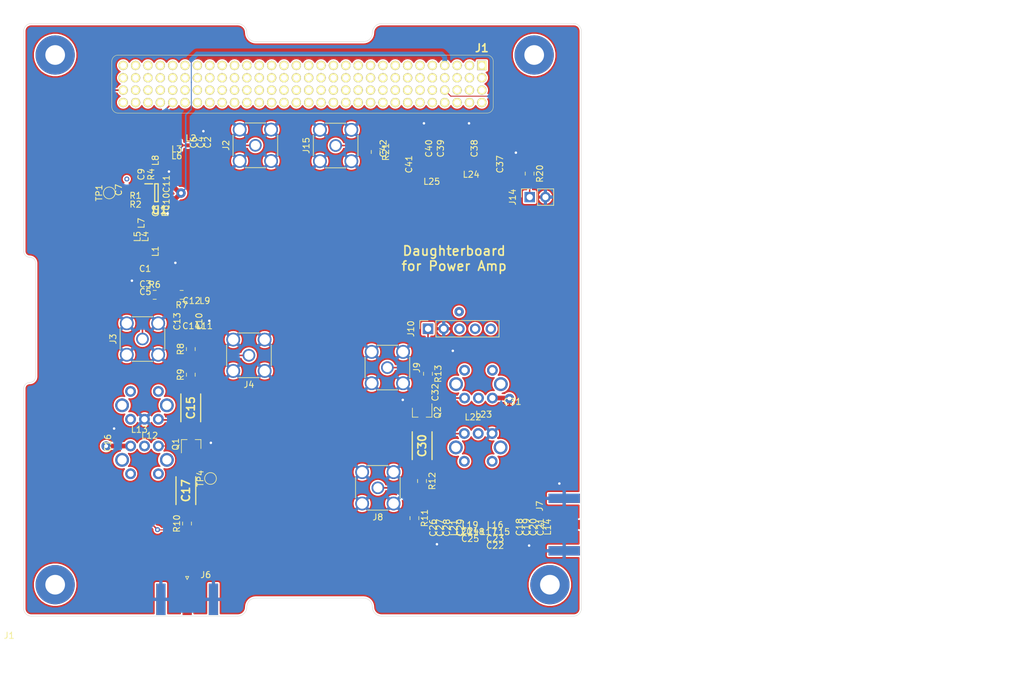
<source format=kicad_pcb>
(kicad_pcb (version 20171130) (host pcbnew "(5.1.5-0-10_14)")
  (layers (0 F.Cu signal) (1 In1.Cu power) (2 In2.Cu power) (31 B.Cu signal) (34 B.Paste user) (35 F.Paste user) (36 B.SilkS user) (37 F.SilkS user) (38 B.Mask user) (39 F.Mask user) (44 Edge.Cuts user))
  (net 0 "")
  (net 1 GND)
  (net 2 "Net-(C8-Pad2)")
  (net 3 "Net-(C8-Pad1)")
  (net 4 "Net-(C9-Pad2)")
  (net 5 "Net-(C9-Pad1)")
  (net 6 +5V)
  (net 7 "Net-(C12-Pad2)")
  (net 8 "Net-(C14-Pad2)")
  (net 9 "Net-(C15-Pad1)")
  (net 10 +8V)
  (net 11 "Net-(C17-Pad2)")
  (net 12 "Net-(L1-Pad1)")
  (net 13 "Net-(L2-Pad1)")
  (net 14 "Net-(L3-Pad2)")
  (net 15 "Net-(L4-Pad2)")
  (net 16 "Net-(R1-Pad1)")
  (net 17 "Net-(C24-Pad1)")
  (net 18 "Net-(L15-Pad2)")
  (net 19 "Net-(C22-Pad2)")
  (net 20 "Net-(L18-Pad2)")
  (net 21 "Net-(C1-Pad1)")
  (net 22 "Net-(C12-Pad1)")
  (net 23 "Net-(C13-Pad1)")
  (net 24 "Net-(C15-Pad2)")
  (net 25 "Net-(C17-Pad1)")
  (net 26 "Net-(C30-Pad2)")
  (net 27 "Net-(C32-Pad2)")
  (net 28 "Net-(C30-Pad1)")
  (net 29 "Net-(C32-Pad1)")
  (net 30 "Net-(J10-Pad1)")
  (net 31 "Net-(C37-Pad1)")
  (net 32 "/Low Pass Filter/PA_OUT")
  (net 33 "Net-(C41-Pad1)")
  (net 34 "Net-(J15-Pad1)")
  (net 35 "Net-(C39-Pad1)")
  (net 36 "/Variable Attenuator/Duplexer_Output")
  (net 37 /VA-IMAGE_REJECT)
  (net 38 /BPF-PRE_AMP)
  (net 39 Bus_116)
  (net 40 /IMAGE_REJECT-LNA)
  (net 41 Bus_64)
  (net 42 Bus_90)
  (module SS:STD_PCB_A1_v1.1 (layer F.Cu) (at 23.33 113.79)
    (fp_text reference J1 (at -2.36 3.15) (layer F.SilkS))
    (fp_text value Bus)
    (fp_text user J1 (at 74.085 -91.92) (layer F.SilkS) (effects (font (size 1.27 1.27) (thickness 0.254))))
    (fp_line (start 90.17 -72.9) (end 90.17 -70.615) (layer Edge.Cuts) (width 0.0635))
    (fp_arc (start 57.855 -94.425) (end 56.39 -94.425) (angle 90) (layer Edge.Cuts) (width 0.0635))
    (fp_arc (start 54.925 -94.425) (end 56.39 -94.425) (angle 90) (layer Edge.Cuts) (width 0.0635))
    (fp_arc (start 37.535 -94.425) (end 37.535 -92.96) (angle 90) (layer Edge.Cuts) (width 0.0635))
    (fp_arc (start 34.605 -94.425) (end 34.605 -95.89) (angle 90) (layer Edge.Cuts) (width 0.0635))
    (fp_arc (start 88.97 -94.69) (end 90.17 -94.69) (angle -90) (layer Edge.Cuts) (width 0.0635))
    (fp_arc (start 1.2 -94.69) (end 0 -94.69) (angle 90) (layer Edge.Cuts) (width 0.0635))
    (fp_line (start 88.97 -95.89) (end 84.4 -95.89) (layer Edge.Cuts) (width 0.0635))
    (fp_line (start 90.17 -72.9) (end 90.17 -94.69) (layer Edge.Cuts) (width 0.0635))
    (fp_line (start 57.855 -95.89) (end 84.4 -95.89) (layer Edge.Cuts) (width 0.0635))
    (fp_line (start 37.535 -92.96) (end 54.925 -92.96) (layer Edge.Cuts) (width 0.0635))
    (fp_line (start 1.2 -95.89) (end 34.605 -95.89) (layer Edge.Cuts) (width 0.0635))
    (fp_arc (start 88.97 -1.2) (end 88.97 0) (angle -90) (layer Edge.Cuts) (width 0.0635))
    (fp_arc (start 57.85 -1.46) (end 56.39 -1.46) (angle -90) (layer Edge.Cuts) (width 0.0635))
    (fp_arc (start 54.93 -1.46) (end 56.39 -1.46) (angle -90) (layer Edge.Cuts) (width 0.0635))
    (fp_line (start 90.17 -1.2) (end 90.17 -70.615) (layer Edge.Cuts) (width 0.0635))
    (fp_line (start 57.85 0) (end 88.97 0) (layer Edge.Cuts) (width 0.0635))
    (fp_arc (start 37.53 -1.46) (end 37.53 -2.92) (angle -90) (layer Edge.Cuts) (width 0.0635))
    (fp_arc (start 34.61 -1.46) (end 34.61 0) (angle -90) (layer Edge.Cuts) (width 0.0635))
    (fp_line (start 37.53 -2.92) (end 54.93 -2.92) (layer Edge.Cuts) (width 0.0635))
    (fp_arc (start 1.2 -1.2) (end 0 -1.2) (angle -90) (layer Edge.Cuts) (width 0.0635))
    (fp_arc (start 0.96 -59.04) (end 0 -59.04) (angle -90) (layer Edge.Cuts) (width 0.0635))
    (fp_arc (start 0.96 -57.12) (end 0.96 -58.08) (angle 90) (layer Edge.Cuts) (width 0.0635))
    (fp_line (start 0 -1.2) (end 0 -36.85) (layer Edge.Cuts) (width 0.0635))
    (fp_line (start 1.2 0) (end 34.61 0) (layer Edge.Cuts) (width 0.0635))
    (fp_line (start 0 -59.04) (end 0 -94.69) (layer Edge.Cuts) (width 0.0635))
    (fp_line (start 1.92 -38.77) (end 1.92 -57.12) (layer Edge.Cuts) (width 0.0635))
    (fp_arc (start 0.96 -36.85) (end 0 -36.85) (angle 90) (layer Edge.Cuts) (width 0.0635))
    (fp_arc (start 0.96 -38.77) (end 0.96 -37.81) (angle -90) (layer Edge.Cuts) (width 0.0635))
    (pad "" np_thru_hole circle (at 85.09 -5.08) (size 6.35 6.35) (drill 3.18) (layers *.Cu *.Mask))
    (pad "" np_thru_hole circle (at 82.55 -90.81) (size 6.35 6.35) (drill 3.18) (layers *.Cu *.Mask))
    (pad "" np_thru_hole circle (at 5.08 -90.81) (size 6.35 6.35) (drill 3.18) (layers *.Cu *.Mask))
    (pad "" np_thru_hole circle (at 5.08 -5.08) (size 6.35 6.35) (drill 3.18) (layers *.Cu *.Mask))
    (pad 93 thru_hole circle (at 70.085 -83.12 90) (size 1.5 1.5) (drill 1) (layers *.Cu *.Mask F.SilkS))
    (pad 73 thru_hole circle (at 50.085 -85.12 90) (size 1.5 1.5) (drill 1) (layers *.Cu *.Mask F.SilkS))
    (pad 87 thru_hole circle (at 22.085 -85.12 90) (size 1.5 1.5) (drill 1) (layers *.Cu *.Mask F.SilkS))
    (pad 107 thru_hole circle (at 42.085 -83.12 90) (size 1.5 1.5) (drill 1) (layers *.Cu *.Mask F.SilkS))
    (pad 99 thru_hole circle (at 58.085 -83.12 90) (size 1.5 1.5) (drill 1) (layers *.Cu *.Mask F.SilkS))
    (pad 70 thru_hole circle (at 56.085 -85.12 90) (size 1.5 1.5) (drill 1) (layers *.Cu *.Mask F.SilkS))
    (pad 96 thru_hole circle (at 64.085 -83.12 90) (size 1.5 1.5) (drill 1) (layers *.Cu *.Mask F.SilkS))
    (pad 104 thru_hole circle (at 48.085 -83.12 90) (size 1.5 1.5) (drill 1) (layers *.Cu *.Mask F.SilkS))
    (pad 116 thru_hole circle (at 24.085 -83.12 90) (size 1.5 1.5) (drill 1) (layers *.Cu *.Mask F.SilkS) (net 39 Bus_116))
    (pad 82 thru_hole circle (at 32.085 -85.12 90) (size 1.5 1.5) (drill 1) (layers *.Cu *.Mask F.SilkS))
    (pad 88 thru_hole circle (at 20.085 -85.12 90) (size 1.5 1.5) (drill 1) (layers *.Cu *.Mask F.SilkS))
    (pad 78 thru_hole circle (at 40.085 -85.12 90) (size 1.5 1.5) (drill 1) (layers *.Cu *.Mask F.SilkS))
    (pad 95 thru_hole circle (at 66.085 -83.12 90) (size 1.5 1.5) (drill 1) (layers *.Cu *.Mask F.SilkS))
    (pad 86 thru_hole circle (at 24.085 -85.12 90) (size 1.5 1.5) (drill 1) (layers *.Cu *.Mask F.SilkS))
    (pad 74 thru_hole circle (at 48.085 -85.12 90) (size 1.5 1.5) (drill 1) (layers *.Cu *.Mask F.SilkS))
    (pad 97 thru_hole circle (at 62.085 -83.12 90) (size 1.5 1.5) (drill 1) (layers *.Cu *.Mask F.SilkS))
    (pad 68 thru_hole circle (at 60.085 -85.12 90) (size 1.5 1.5) (drill 1) (layers *.Cu *.Mask F.SilkS))
    (pad 89 thru_hole circle (at 18.085 -85.12 90) (size 1.5 1.5) (drill 1) (layers *.Cu *.Mask F.SilkS))
    (pad 80 thru_hole circle (at 36.085 -85.12 90) (size 1.5 1.5) (drill 1) (layers *.Cu *.Mask F.SilkS))
    (pad 91 thru_hole circle (at 74.085 -83.12 90) (size 1.5 1.5) (drill 1) (layers *.Cu *.Mask F.SilkS))
    (pad 120 thru_hole circle (at 16.085 -83.12 90) (size 1.5 1.5) (drill 1) (layers *.Cu *.Mask F.SilkS))
    (pad 108 thru_hole circle (at 40.085 -83.12 90) (size 1.5 1.5) (drill 1) (layers *.Cu *.Mask F.SilkS))
    (pad 102 thru_hole circle (at 52.085 -83.12 90) (size 1.5 1.5) (drill 1) (layers *.Cu *.Mask F.SilkS))
    (pad 98 thru_hole circle (at 60.085 -83.12 90) (size 1.5 1.5) (drill 1) (layers *.Cu *.Mask F.SilkS))
    (pad 71 thru_hole circle (at 54.085 -85.12 90) (size 1.5 1.5) (drill 1) (layers *.Cu *.Mask F.SilkS))
    (pad 83 thru_hole circle (at 30.085 -85.12 90) (size 1.5 1.5) (drill 1) (layers *.Cu *.Mask F.SilkS))
    (pad 105 thru_hole circle (at 46.085 -83.12 90) (size 1.5 1.5) (drill 1) (layers *.Cu *.Mask F.SilkS))
    (pad 90 thru_hole circle (at 16.085 -85.12 90) (size 1.5 1.5) (drill 1) (layers *.Cu *.Mask F.SilkS) (net 42 Bus_90))
    (pad 84 thru_hole circle (at 28.085 -85.12 90) (size 1.5 1.5) (drill 1) (layers *.Cu *.Mask F.SilkS))
    (pad 77 thru_hole circle (at 42.085 -85.12 90) (size 1.5 1.5) (drill 1) (layers *.Cu *.Mask F.SilkS))
    (pad 69 thru_hole circle (at 58.085 -85.12 90) (size 1.5 1.5) (drill 1) (layers *.Cu *.Mask F.SilkS))
    (pad 51 thru_hole circle (at 34.085 -87.12 90) (size 1.5 1.5) (drill 1) (layers *.Cu *.Mask F.SilkS))
    (pad 62 thru_hole circle (at 72.085 -85.12 90) (size 1.5 1.5) (drill 1) (layers *.Cu *.Mask F.SilkS))
    (pad 85 thru_hole circle (at 26.085 -85.12 90) (size 1.5 1.5) (drill 1) (layers *.Cu *.Mask F.SilkS))
    (pad 119 thru_hole circle (at 18.085 -83.12 90) (size 1.5 1.5) (drill 1) (layers *.Cu *.Mask F.SilkS))
    (pad 29 thru_hole circle (at 18.085 -89.12 90) (size 1.5 1.5) (drill 1) (layers *.Cu *.Mask F.SilkS))
    (pad 21 thru_hole circle (at 34.085 -89.12 90) (size 1.5 1.5) (drill 1) (layers *.Cu *.Mask F.SilkS))
    (pad 110 thru_hole circle (at 36.085 -83.12 90) (size 1.5 1.5) (drill 1) (layers *.Cu *.Mask F.SilkS))
    (pad 39 thru_hole circle (at 58.085 -87.12 90) (size 1.5 1.5) (drill 1) (layers *.Cu *.Mask F.SilkS))
    (pad 9 thru_hole circle (at 58.085 -89.12 90) (size 1.5 1.5) (drill 1) (layers *.Cu *.Mask F.SilkS))
    (pad 47 thru_hole circle (at 42.085 -87.12 90) (size 1.5 1.5) (drill 1) (layers *.Cu *.Mask F.SilkS))
    (pad 61 thru_hole circle (at 74.085 -85.12 90) (size 1.5 1.5) (drill 1) (layers *.Cu *.Mask F.SilkS))
    (pad 19 thru_hole circle (at 38.085 -89.12 90) (size 1.5 1.5) (drill 1) (layers *.Cu *.Mask F.SilkS))
    (pad 57 thru_hole circle (at 22.085 -87.12 90) (size 1.5 1.5) (drill 1) (layers *.Cu *.Mask F.SilkS))
    (pad 114 thru_hole circle (at 28.085 -83.12 90) (size 1.5 1.5) (drill 1) (layers *.Cu *.Mask F.SilkS))
    (pad 46 thru_hole circle (at 44.085 -87.12 90) (size 1.5 1.5) (drill 1) (layers *.Cu *.Mask F.SilkS))
    (pad 55 thru_hole circle (at 26.085 -87.12 90) (size 1.5 1.5) (drill 1) (layers *.Cu *.Mask F.SilkS))
    (pad 54 thru_hole circle (at 28.085 -87.12 90) (size 1.5 1.5) (drill 1) (layers *.Cu *.Mask F.SilkS))
    (pad 94 thru_hole circle (at 68.085 -83.12 90) (size 1.5 1.5) (drill 1) (layers *.Cu *.Mask F.SilkS))
    (pad 117 thru_hole circle (at 22.085 -83.12 90) (size 1.5 1.5) (drill 1) (layers *.Cu *.Mask F.SilkS))
    (pad 76 thru_hole circle (at 44.085 -85.12 90) (size 1.5 1.5) (drill 1) (layers *.Cu *.Mask F.SilkS))
    (pad 15 thru_hole circle (at 46.085 -89.12 90) (size 1.5 1.5) (drill 1) (layers *.Cu *.Mask F.SilkS))
    (pad 100 thru_hole circle (at 56.085 -83.12 90) (size 1.5 1.5) (drill 1) (layers *.Cu *.Mask F.SilkS))
    (pad 111 thru_hole circle (at 34.085 -83.12 90) (size 1.5 1.5) (drill 1) (layers *.Cu *.Mask F.SilkS))
    (pad 92 thru_hole circle (at 72.085 -83.12 90) (size 1.5 1.5) (drill 1) (layers *.Cu *.Mask F.SilkS))
    (pad 6 thru_hole circle (at 64.085 -89.12 90) (size 1.5 1.5) (drill 1) (layers *.Cu *.Mask F.SilkS) (net 10 +8V))
    (pad 37 thru_hole circle (at 62.085 -87.12 90) (size 1.5 1.5) (drill 1) (layers *.Cu *.Mask F.SilkS))
    (pad 23 thru_hole circle (at 30.085 -89.12 90) (size 1.5 1.5) (drill 1) (layers *.Cu *.Mask F.SilkS))
    (pad 52 thru_hole circle (at 32.085 -87.12 90) (size 1.5 1.5) (drill 1) (layers *.Cu *.Mask F.SilkS))
    (pad 56 thru_hole circle (at 24.085 -87.12 90) (size 1.5 1.5) (drill 1) (layers *.Cu *.Mask F.SilkS))
    (pad 13 thru_hole circle (at 50.085 -89.12 90) (size 1.5 1.5) (drill 1) (layers *.Cu *.Mask F.SilkS))
    (pad 11 thru_hole circle (at 54.085 -89.12 90) (size 1.5 1.5) (drill 1) (layers *.Cu *.Mask F.SilkS))
    (pad 58 thru_hole circle (at 20.085 -87.12 90) (size 1.5 1.5) (drill 1) (layers *.Cu *.Mask F.SilkS))
    (pad 48 thru_hole circle (at 40.085 -87.12 90) (size 1.5 1.5) (drill 1) (layers *.Cu *.Mask F.SilkS))
    (pad 67 thru_hole circle (at 62.085 -85.12 90) (size 1.5 1.5) (drill 1) (layers *.Cu *.Mask F.SilkS))
    (pad 75 thru_hole circle (at 46.085 -85.12 90) (size 1.5 1.5) (drill 1) (layers *.Cu *.Mask F.SilkS))
    (pad 112 thru_hole circle (at 32.085 -83.12 90) (size 1.5 1.5) (drill 1) (layers *.Cu *.Mask F.SilkS))
    (pad 118 thru_hole circle (at 20.085 -83.12 90) (size 1.5 1.5) (drill 1) (layers *.Cu *.Mask F.SilkS))
    (pad 81 thru_hole circle (at 34.085 -85.12 90) (size 1.5 1.5) (drill 1) (layers *.Cu *.Mask F.SilkS))
    (pad 7 thru_hole circle (at 62.085 -89.12 90) (size 1.5 1.5) (drill 1) (layers *.Cu *.Mask F.SilkS))
    (pad 20 thru_hole circle (at 36.085 -89.12 90) (size 1.5 1.5) (drill 1) (layers *.Cu *.Mask F.SilkS))
    (pad 103 thru_hole circle (at 50.085 -83.12 90) (size 1.5 1.5) (drill 1) (layers *.Cu *.Mask F.SilkS))
    (pad 41 thru_hole circle (at 54.085 -87.12 90) (size 1.5 1.5) (drill 1) (layers *.Cu *.Mask F.SilkS))
    (pad 26 thru_hole circle (at 24.085 -89.12 90) (size 1.5 1.5) (drill 1) (layers *.Cu *.Mask F.SilkS))
    (pad 101 thru_hole circle (at 54.085 -83.12 90) (size 1.5 1.5) (drill 1) (layers *.Cu *.Mask F.SilkS))
    (pad 53 thru_hole circle (at 30.085 -87.12 90) (size 1.5 1.5) (drill 1) (layers *.Cu *.Mask F.SilkS))
    (pad 30 thru_hole circle (at 16.085 -89.12 90) (size 1.5 1.5) (drill 1) (layers *.Cu *.Mask F.SilkS))
    (pad 109 thru_hole circle (at 38.085 -83.12 90) (size 1.5 1.5) (drill 1) (layers *.Cu *.Mask F.SilkS))
    (pad 4 thru_hole circle (at 68.085 -89.12 90) (size 1.5 1.5) (drill 1) (layers *.Cu *.Mask F.SilkS) (net 6 +5V))
    (pad 79 thru_hole circle (at 38.085 -85.12 90) (size 1.5 1.5) (drill 1) (layers *.Cu *.Mask F.SilkS))
    (pad 65 thru_hole circle (at 66.085 -85.12 90) (size 1.5 1.5) (drill 1) (layers *.Cu *.Mask F.SilkS))
    (pad 59 thru_hole circle (at 18.085 -87.12 90) (size 1.5 1.5) (drill 1) (layers *.Cu *.Mask F.SilkS))
    (pad 27 thru_hole circle (at 22.085 -89.12 90) (size 1.5 1.5) (drill 1) (layers *.Cu *.Mask F.SilkS))
    (pad 34 thru_hole circle (at 68.085 -87.12 90) (size 1.5 1.5) (drill 1) (layers *.Cu *.Mask F.SilkS))
    (pad 63 thru_hole circle (at 70.085 -85.12 90) (size 1.5 1.5) (drill 1) (layers *.Cu *.Mask F.SilkS))
    (pad 18 thru_hole circle (at 40.085 -89.12 90) (size 1.5 1.5) (drill 1) (layers *.Cu *.Mask F.SilkS))
    (pad 72 thru_hole circle (at 52.085 -85.12 90) (size 1.5 1.5) (drill 1) (layers *.Cu *.Mask F.SilkS))
    (pad 115 thru_hole circle (at 26.085 -83.12 90) (size 1.5 1.5) (drill 1) (layers *.Cu *.Mask F.SilkS))
    (pad 16 thru_hole circle (at 44.085 -89.12 90) (size 1.5 1.5) (drill 1) (layers *.Cu *.Mask F.SilkS))
    (pad 66 thru_hole circle (at 64.085 -85.12 90) (size 1.5 1.5) (drill 1) (layers *.Cu *.Mask F.SilkS))
    (pad 64 thru_hole circle (at 68.085 -85.12 90) (size 1.5 1.5) (drill 1) (layers *.Cu *.Mask F.SilkS) (net 41 Bus_64))
    (pad 5 thru_hole circle (at 66.085 -89.12 90) (size 1.5 1.5) (drill 1) (layers *.Cu *.Mask F.SilkS))
    (pad 106 thru_hole circle (at 44.085 -83.12 90) (size 1.5 1.5) (drill 1) (layers *.Cu *.Mask F.SilkS))
    (pad 113 thru_hole circle (at 30.085 -83.12 90) (size 1.5 1.5) (drill 1) (layers *.Cu *.Mask F.SilkS))
    (pad 60 thru_hole circle (at 16.085 -87.12 90) (size 1.5 1.5) (drill 1) (layers *.Cu *.Mask F.SilkS))
    (pad 2 thru_hole circle (at 72.085 -89.12 90) (size 1.5 1.5) (drill 1) (layers *.Cu *.Mask F.SilkS))
    (pad 45 thru_hole circle (at 46.085 -87.12 90) (size 1.5 1.5) (drill 1) (layers *.Cu *.Mask F.SilkS))
    (pad 40 thru_hole circle (at 56.085 -87.12 90) (size 1.5 1.5) (drill 1) (layers *.Cu *.Mask F.SilkS))
    (pad 36 thru_hole circle (at 64.085 -87.12 90) (size 1.5 1.5) (drill 1) (layers *.Cu *.Mask F.SilkS))
    (pad 3 thru_hole circle (at 70.085 -89.12 90) (size 1.5 1.5) (drill 1) (layers *.Cu *.Mask F.SilkS))
    (pad 31 thru_hole circle (at 74.085 -87.12 90) (size 1.5 1.5) (drill 1) (layers *.Cu *.Mask F.SilkS))
    (pad 14 thru_hole circle (at 48.085 -89.12 90) (size 1.5 1.5) (drill 1) (layers *.Cu *.Mask F.SilkS))
    (pad 10 thru_hole circle (at 56.085 -89.12 90) (size 1.5 1.5) (drill 1) (layers *.Cu *.Mask F.SilkS))
    (pad 38 thru_hole circle (at 60.085 -87.12 90) (size 1.5 1.5) (drill 1) (layers *.Cu *.Mask F.SilkS))
    (pad 25 thru_hole circle (at 26.085 -89.12 90) (size 1.5 1.5) (drill 1) (layers *.Cu *.Mask F.SilkS))
    (pad 28 thru_hole circle (at 20.085 -89.12 90) (size 1.5 1.5) (drill 1) (layers *.Cu *.Mask F.SilkS))
    (pad 33 thru_hole circle (at 70.085 -87.12 90) (size 1.5 1.5) (drill 1) (layers *.Cu *.Mask F.SilkS))
    (pad 42 thru_hole circle (at 52.085 -87.12 90) (size 1.5 1.5) (drill 1) (layers *.Cu *.Mask F.SilkS))
    (pad 32 thru_hole circle (at 72.085 -87.12 90) (size 1.5 1.5) (drill 1) (layers *.Cu *.Mask F.SilkS))
    (pad 44 thru_hole circle (at 48.085 -87.12 90) (size 1.5 1.5) (drill 1) (layers *.Cu *.Mask F.SilkS))
    (pad 1 thru_hole rect (at 74.085 -89.12 90) (size 1.5 1.5) (drill 1) (layers *.Cu *.Mask F.SilkS))
    (pad 43 thru_hole circle (at 50.085 -87.12 90) (size 1.5 1.5) (drill 1) (layers *.Cu *.Mask F.SilkS))
    (pad 50 thru_hole circle (at 36.085 -87.12 90) (size 1.5 1.5) (drill 1) (layers *.Cu *.Mask F.SilkS))
    (pad 17 thru_hole circle (at 42.085 -89.12 90) (size 1.5 1.5) (drill 1) (layers *.Cu *.Mask F.SilkS))
    (pad 49 thru_hole circle (at 38.085 -87.12 90) (size 1.5 1.5) (drill 1) (layers *.Cu *.Mask F.SilkS))
    (pad 8 thru_hole circle (at 60.085 -89.12 90) (size 1.5 1.5) (drill 1) (layers *.Cu *.Mask F.SilkS))
    (pad 24 thru_hole circle (at 28.085 -89.12 90) (size 1.5 1.5) (drill 1) (layers *.Cu *.Mask F.SilkS))
    (pad 12 thru_hole circle (at 52.085 -89.12 90) (size 1.5 1.5) (drill 1) (layers *.Cu *.Mask F.SilkS))
    (pad 22 thru_hole circle (at 32.085 -89.12 90) (size 1.5 1.5) (drill 1) (layers *.Cu *.Mask F.SilkS))
    (pad 35 thru_hole circle (at 66.085 -87.12 90) (size 1.5 1.5) (drill 1) (layers *.Cu *.Mask F.SilkS))
  )
  (module Connector_PinSocket_2.54mm:PinSocket_1x05_P2.54mm_Vertical (layer F.Cu) (at 88.71 67.29 90)
    (fp_text reference J10 (at 0 -2.77 90) (layer F.SilkS))
    (fp_text value Conn_01x05_Female)
    (pad 1 thru_hole rect (at 0 0 90) (size 1.7 1.7) (drill 1) (layers *.Cu *.Mask) (net 30 "Net-(J10-Pad1)"))
    (pad 2 thru_hole oval (at 0 2.54 90) (size 1.7 1.7) (drill 1) (layers *.Cu *.Mask) (net 1 GND))
    (pad 3 thru_hole oval (at 0 5.08 90) (size 1.7 1.7) (drill 1) (layers *.Cu *.Mask))
    (pad 4 thru_hole oval (at 0 7.62 90) (size 1.7 1.7) (drill 1) (layers *.Cu *.Mask))
    (pad 5 thru_hole oval (at 0 10.16 90) (size 1.7 1.7) (drill 1) (layers *.Cu *.Mask))
  )
  (module Capacitor_SMD:C_0402_1005Metric (layer F.Cu) (at 101.51304 40.6654 90)
    (fp_text reference C37 (at 0 -1.17 270) (layer F.SilkS))
    (fp_text value 180pF)
    (pad 1 smd roundrect (at -0.485 0 90) (size 0.59 0.64) (layers F.Cu F.Paste F.Mask) (net 31 "Net-(C37-Pad1)"))
    (pad 2 smd roundrect (at 0.485 0 90) (size 0.59 0.64) (layers F.Cu F.Paste F.Mask) (net 1 GND))
  )
  (module Capacitor_SMD:C_0402_1005Metric (layer F.Cu) (at 94.081 40.6654 90)
    (fp_text reference C39 (at 2.563 -3.3274 270) (layer F.SilkS))
    (fp_text value 270pF)
    (pad 2 smd roundrect (at 0.485 0 90) (size 0.59 0.64) (layers F.Cu F.Paste F.Mask) (net 1 GND))
    (pad 1 smd roundrect (at -0.485 0 90) (size 0.59 0.64) (layers F.Cu F.Paste F.Mask) (net 35 "Net-(C39-Pad1)"))
  )
  (module Capacitor_SMD:C_0402_1005Metric (layer F.Cu) (at 86.7912 40.6654 90)
    (fp_text reference C41 (at 0 -1.17 270) (layer F.SilkS))
    (fp_text value 180pF)
    (pad 1 smd roundrect (at -0.485 0 90) (size 0.59 0.64) (layers F.Cu F.Paste F.Mask) (net 33 "Net-(C41-Pad1)"))
    (pad 2 smd roundrect (at 0.485 0 90) (size 0.59 0.64) (layers F.Cu F.Paste F.Mask) (net 1 GND))
  )
  (module Connector_PinSocket_2.54mm:PinSocket_1x02_P2.54mm_Vertical (layer F.Cu) (at 105.16 45.98 90)
    (fp_text reference J14 (at 0 -2.77 270) (layer F.SilkS))
    (fp_text value Conn_01x02_Female)
    (pad 1 thru_hole rect (at 0 0 90) (size 1.7 1.7) (drill 1) (layers *.Cu *.Mask) (net 32 "/Low Pass Filter/PA_OUT"))
    (pad 2 thru_hole oval (at 0 2.54 90) (size 1.7 1.7) (drill 1) (layers *.Cu *.Mask) (net 1 GND))
  )
  (module Inductor_SMD:L_0402_1005Metric (layer F.Cu) (at 95.68868 41.1504 180)
    (fp_text reference L24 (at 0 -1.17) (layer F.SilkS))
    (fp_text value 330nH)
    (pad 2 smd roundrect (at 0.485 0 180) (size 0.59 0.64) (layers F.Cu F.Paste F.Mask) (net 35 "Net-(C39-Pad1)"))
    (pad 1 smd roundrect (at -0.485 0 180) (size 0.59 0.64) (layers F.Cu F.Paste F.Mask) (net 31 "Net-(C37-Pad1)"))
  )
  (module Inductor_SMD:L_0402_1005Metric (layer F.Cu) (at 88.366 41.1504 180)
    (fp_text reference L25 (at -0.9398 -2.3114) (layer F.SilkS))
    (fp_text value 330nH)
    (pad 1 smd roundrect (at -0.485 0 180) (size 0.59 0.64) (layers F.Cu F.Paste F.Mask) (net 35 "Net-(C39-Pad1)"))
    (pad 2 smd roundrect (at 0.485 0 180) (size 0.59 0.64) (layers F.Cu F.Paste F.Mask) (net 33 "Net-(C41-Pad1)"))
  )
  (module LT:CAP_Trimmer_TZB4Z (layer F.Cu) (at 84.0734 41.1504 90)
    (fp_text reference C42 (at 3.048 -2.58572 270) (layer F.SilkS))
    (fp_text value C_Variable)
    (pad 1 smd rect (at 0 0 90) (size 1.5 2) (layers F.Cu F.Paste F.Mask) (net 33 "Net-(C41-Pad1)"))
    (pad 2 smd rect (at 6 0 90) (size 1.5 2) (layers F.Cu F.Paste F.Mask) (net 1 GND))
  )
  (module LT:CAP_Trimmer_TZB4Z (layer F.Cu) (at 91.4394 41.1504 90)
    (fp_text reference C40 (at 3.048 -2.58572 270) (layer F.SilkS))
    (fp_text value C_Variable)
    (pad 2 smd rect (at 6 0 90) (size 1.5 2) (layers F.Cu F.Paste F.Mask) (net 1 GND))
    (pad 1 smd rect (at 0 0 90) (size 1.5 2) (layers F.Cu F.Paste F.Mask) (net 35 "Net-(C39-Pad1)"))
  )
  (module LT:CAP_Trimmer_TZB4Z (layer F.Cu) (at 98.79016 41.1504 90)
    (fp_text reference C38 (at 3.048 -2.58572 270) (layer F.SilkS))
    (fp_text value C_Variable)
    (pad 1 smd rect (at 0 0 90) (size 1.5 2) (layers F.Cu F.Paste F.Mask) (net 31 "Net-(C37-Pad1)"))
    (pad 2 smd rect (at 6 0 90) (size 1.5 2) (layers F.Cu F.Paste F.Mask) (net 1 GND))
  )
  (module Resistor_SMD:R_0805_2012Metric_Pad1.15x1.40mm_HandSolder (layer F.Cu) (at 80.24 38.675 270)
    (fp_text reference R21 (at 0 -1.65 270) (layer F.SilkS))
    (fp_text value 0)
    (pad 2 smd roundrect (at 1.025 0 270) (size 1.15 1.4) (layers F.Cu F.Paste F.Mask) (roundrect_rratio 0.217391) (net 33 "Net-(C41-Pad1)"))
    (pad 1 smd roundrect (at -1.025 0 270) (size 1.15 1.4) (layers F.Cu F.Paste F.Mask) (roundrect_rratio 0.217391) (net 34 "Net-(J15-Pad1)"))
  )
  (module Resistor_SMD:R_0805_2012Metric_Pad1.15x1.40mm_HandSolder (layer F.Cu) (at 105.145 42.18 270)
    (fp_text reference R20 (at 0 -1.65 270) (layer F.SilkS))
    (fp_text value 0)
    (pad 1 smd roundrect (at -1.025 0 270) (size 1.15 1.4) (layers F.Cu F.Paste F.Mask) (roundrect_rratio 0.217391) (net 31 "Net-(C37-Pad1)"))
    (pad 2 smd roundrect (at 1.025 0 270) (size 1.15 1.4) (layers F.Cu F.Paste F.Mask) (roundrect_rratio 0.217391) (net 32 "/Low Pass Filter/PA_OUT"))
  )
  (module Connector_Coaxial:SMA_Amphenol_132291_Vertical (layer F.Cu) (at 82.14 73.57 270)
    (fp_text reference J9 (at 0 -4.75 90) (layer F.SilkS))
    (fp_text value Conn_Coaxial)
    (pad 1 thru_hole circle (at 0 0 270) (size 2.05 2.05) (drill 1.5) (layers *.Cu *.Mask) (net 30 "Net-(J10-Pad1)"))
    (pad 2 thru_hole circle (at 2.54 2.54 270) (size 2.25 2.25) (drill 1.7) (layers *.Cu *.Mask) (net 1 GND))
    (pad 2 thru_hole circle (at 2.54 -2.54 270) (size 2.25 2.25) (drill 1.7) (layers *.Cu *.Mask) (net 1 GND))
    (pad 2 thru_hole circle (at -2.54 -2.54 270) (size 2.25 2.25) (drill 1.7) (layers *.Cu *.Mask) (net 1 GND))
    (pad 2 thru_hole circle (at -2.54 2.54 270) (size 2.25 2.25) (drill 1.7) (layers *.Cu *.Mask) (net 1 GND))
  )
  (module Resistor_SMD:R_0805_2012Metric_Pad1.15x1.40mm_HandSolder (layer F.Cu) (at 88.7 74.575 270)
    (fp_text reference R13 (at 0 -1.65 270) (layer F.SilkS))
    (fp_text value 0)
    (pad 1 smd roundrect (at -1.025 0 270) (size 1.15 1.4) (layers F.Cu F.Paste F.Mask) (roundrect_rratio 0.217391) (net 30 "Net-(J10-Pad1)"))
    (pad 2 smd roundrect (at 1.025 0 270) (size 1.15 1.4) (layers F.Cu F.Paste F.Mask) (roundrect_rratio 0.217391) (net 29 "Net-(C32-Pad1)"))
  )
  (module Connector_Coaxial:SMA_Amphenol_132291_Vertical (layer F.Cu) (at 80.6 93.03 180)
    (fp_text reference J8 (at 0 -4.75) (layer F.SilkS))
    (fp_text value Conn_Coaxial)
    (pad 1 thru_hole circle (at 0 0 180) (size 2.05 2.05) (drill 1.5) (layers *.Cu *.Mask) (net 38 /BPF-PRE_AMP))
    (pad 2 thru_hole circle (at 2.54 2.54 180) (size 2.25 2.25) (drill 1.7) (layers *.Cu *.Mask) (net 1 GND))
    (pad 2 thru_hole circle (at 2.54 -2.54 180) (size 2.25 2.25) (drill 1.7) (layers *.Cu *.Mask) (net 1 GND))
    (pad 2 thru_hole circle (at -2.54 -2.54 180) (size 2.25 2.25) (drill 1.7) (layers *.Cu *.Mask) (net 1 GND))
    (pad 2 thru_hole circle (at -2.54 2.54 180) (size 2.25 2.25) (drill 1.7) (layers *.Cu *.Mask) (net 1 GND))
  )
  (module Capacitor_SMD:C_0402_1005Metric (layer F.Cu) (at 88.71 77.585 270)
    (fp_text reference C32 (at 0 -1.17 270) (layer F.SilkS))
    (fp_text value 1uF)
    (pad 2 smd roundrect (at 0.485 0 270) (size 0.59 0.64) (layers F.Cu F.Paste F.Mask) (net 27 "Net-(C32-Pad2)"))
    (pad 1 smd roundrect (at -0.485 0 270) (size 0.59 0.64) (layers F.Cu F.Paste F.Mask) (net 29 "Net-(C32-Pad1)"))
  )
  (module Capacitor_SMD:C_0402_1005Metric (layer F.Cu) (at 102.365 80.26)
    (fp_text reference C31 (at 0 -1.17 180) (layer F.SilkS))
    (fp_text value 1uF)
    (pad 1 smd roundrect (at -0.485 0) (size 0.59 0.64) (layers F.Cu F.Paste F.Mask) (net 10 +8V))
    (pad 2 smd roundrect (at 0.485 0) (size 0.59 0.64) (layers F.Cu F.Paste F.Mask) (net 1 GND))
  )
  (module LT:CAP_trimmer_SGC3_Download (layer F.Cu) (at 87.7596 86.2122 270)
    (fp_text reference C30 (at 0 0 270) (layer F.SilkS) (effects (font (size 1.27 1.27) (thickness 0.254))))
    (fp_text value C_Variable hide)
    (pad 1 smd rect (at -1.95 0) (size 1.3 2) (layers F.Cu F.Paste F.Mask) (net 28 "Net-(C30-Pad1)"))
    (pad 2 smd rect (at 1.95 0) (size 1.3 2) (layers F.Cu F.Paste F.Mask) (net 26 "Net-(C30-Pad2)"))
  )
  (module LT:IND_trimmer_7M3 (layer F.Cu) (at 96.87 76.25 180)
    (fp_text reference L23 (at -0.8382 -4.9022 180) (layer F.SilkS))
    (fp_text value LTRIM)
    (pad 5 thru_hole circle (at 3.62 0 180) (size 2.25 2.25) (drill 1.5) (layers *.Cu *.Mask))
    (pad 5 thru_hole circle (at -3.62 0 180) (size 2.25 2.25) (drill 1.5) (layers *.Cu *.Mask))
    (pad 4 thru_hole circle (at 2.25 2.25 180) (size 1.75 1.75) (drill 1) (layers *.Cu *.Mask))
    (pad 2 thru_hole circle (at 2.25 -2.25 180) (size 1.75 1.75) (drill 1) (layers *.Cu *.Mask) (net 27 "Net-(C32-Pad2)"))
    (pad 1 thru_hole circle (at -2.25 -2.25 180) (size 1.75 1.75) (drill 1) (layers *.Cu *.Mask) (net 10 +8V))
    (pad 6 thru_hole circle (at -2.25 2.25 180) (size 1.75 1.75) (drill 1) (layers *.Cu *.Mask))
    (pad 3 thru_hole circle (at 0 -2.25 180) (size 1.75 1.75) (drill 1) (layers *.Cu *.Mask))
  )
  (module LT:IND_trimmer_7M3 (layer F.Cu) (at 96.83 86.49)
    (fp_text reference L22 (at -0.8382 -4.9022) (layer F.SilkS))
    (fp_text value LTRIM)
    (pad 3 thru_hole circle (at 0 -2.25) (size 1.75 1.75) (drill 1) (layers *.Cu *.Mask))
    (pad 6 thru_hole circle (at -2.25 2.25) (size 1.75 1.75) (drill 1) (layers *.Cu *.Mask))
    (pad 1 thru_hole circle (at -2.25 -2.25) (size 1.75 1.75) (drill 1) (layers *.Cu *.Mask) (net 28 "Net-(C30-Pad1)"))
    (pad 2 thru_hole circle (at 2.25 -2.25) (size 1.75 1.75) (drill 1) (layers *.Cu *.Mask) (net 1 GND))
    (pad 4 thru_hole circle (at 2.25 2.25) (size 1.75 1.75) (drill 1) (layers *.Cu *.Mask))
    (pad 5 thru_hole circle (at -3.62 0) (size 2.25 2.25) (drill 1.5) (layers *.Cu *.Mask))
    (pad 5 thru_hole circle (at 3.62 0) (size 2.25 2.25) (drill 1.5) (layers *.Cu *.Mask))
  )
  (module Package_TO_SOT_SMD:SOT-23 (layer F.Cu) (at 87.76 80.83 270)
    (fp_text reference Q2 (at 0 -2.5 270) (layer F.SilkS))
    (fp_text value Q_NJFET_DSG)
    (pad 1 smd rect (at -1 -0.95 270) (size 0.9 0.8) (layers F.Cu F.Paste F.Mask) (net 27 "Net-(C32-Pad2)"))
    (pad 2 smd rect (at -1 0.95 270) (size 0.9 0.8) (layers F.Cu F.Paste F.Mask) (net 1 GND))
    (pad 3 smd rect (at 1 0 270) (size 0.9 0.8) (layers F.Cu F.Paste F.Mask) (net 28 "Net-(C30-Pad1)"))
  )
  (module Resistor_SMD:R_0805_2012Metric_Pad1.15x1.40mm_HandSolder (layer F.Cu) (at 87.735 91.93 270)
    (fp_text reference R12 (at 0 -1.65 270) (layer F.SilkS))
    (fp_text value 0)
    (pad 2 smd roundrect (at 1.025 0 270) (size 1.15 1.4) (layers F.Cu F.Paste F.Mask) (roundrect_rratio 0.217391) (net 38 /BPF-PRE_AMP))
    (pad 1 smd roundrect (at -1.025 0 270) (size 1.15 1.4) (layers F.Cu F.Paste F.Mask) (roundrect_rratio 0.217391) (net 26 "Net-(C30-Pad2)"))
  )
  (module Resistor_SMD:R_0805_2012Metric_Pad1.15x1.40mm_HandSolder (layer F.Cu) (at 86.51 97.935 270)
    (fp_text reference R11 (at 0 -1.65 270) (layer F.SilkS))
    (fp_text value 0)
    (pad 1 smd roundrect (at -1.025 0 270) (size 1.15 1.4) (layers F.Cu F.Paste F.Mask) (roundrect_rratio 0.217391) (net 38 /BPF-PRE_AMP))
    (pad 2 smd roundrect (at 1.025 0 270) (size 1.15 1.4) (layers F.Cu F.Paste F.Mask) (roundrect_rratio 0.217391) (net 17 "Net-(C24-Pad1)"))
  )
  (module Capacitor_SMD:C_0402_1005Metric (layer F.Cu) (at 102.331 99.3846 270)
    (fp_text reference C18 (at 0 -1.17 270) (layer F.SilkS))
    (fp_text value "No Connect")
    (pad 2 smd roundrect (at 0.485 0 270) (size 0.59 0.64) (layers F.Cu F.Paste F.Mask) (net 1 GND))
    (pad 1 smd roundrect (at -0.485 0 270) (size 0.59 0.64) (layers F.Cu F.Paste F.Mask) (net 41 Bus_64))
  )
  (module Capacitor_SMD:C_0402_1005Metric (layer F.Cu) (at 103.4486 99.3846 270)
    (fp_text reference C19 (at 0 -1.17 270) (layer F.SilkS))
    (fp_text value 560pF)
    (pad 1 smd roundrect (at -0.485 0 270) (size 0.59 0.64) (layers F.Cu F.Paste F.Mask) (net 41 Bus_64))
    (pad 2 smd roundrect (at 0.485 0 270) (size 0.59 0.64) (layers F.Cu F.Paste F.Mask) (net 1 GND))
  )
  (module Capacitor_SMD:C_0402_1005Metric (layer F.Cu) (at 104.5662 99.3846 270)
    (fp_text reference C20 (at 0 -1.17 270) (layer F.SilkS))
    (fp_text value "56 pF")
    (pad 2 smd roundrect (at 0.485 0 270) (size 0.59 0.64) (layers F.Cu F.Paste F.Mask) (net 1 GND))
    (pad 1 smd roundrect (at -0.485 0 270) (size 0.59 0.64) (layers F.Cu F.Paste F.Mask) (net 41 Bus_64))
  )
  (module Capacitor_SMD:C_0402_1005Metric (layer F.Cu) (at 105.7346 99.3846 270)
    (fp_text reference C21 (at 0 -1.17 270) (layer F.SilkS))
    (fp_text value "No Connect")
    (pad 1 smd roundrect (at -0.485 0 270) (size 0.59 0.64) (layers F.Cu F.Paste F.Mask) (net 41 Bus_64))
    (pad 2 smd roundrect (at 0.485 0 270) (size 0.59 0.64) (layers F.Cu F.Paste F.Mask) (net 1 GND))
  )
  (module Capacitor_SMD:C_0402_1005Metric (layer F.Cu) (at 99.5622 101.2156 180)
    (fp_text reference C22 (at 0 -1.17) (layer F.SilkS))
    (fp_text value 18pF)
    (pad 2 smd roundrect (at 0.485 0 180) (size 0.59 0.64) (layers F.Cu F.Paste F.Mask) (net 19 "Net-(C22-Pad2)"))
    (pad 1 smd roundrect (at -0.485 0 180) (size 0.59 0.64) (layers F.Cu F.Paste F.Mask) (net 41 Bus_64))
  )
  (module Capacitor_SMD:C_0402_1005Metric (layer F.Cu) (at 99.5622 100.098 180)
    (fp_text reference C23 (at 0 -1.17) (layer F.SilkS))
    (fp_text value "No Connect")
    (pad 1 smd roundrect (at -0.485 0 180) (size 0.59 0.64) (layers F.Cu F.Paste F.Mask) (net 41 Bus_64))
    (pad 2 smd roundrect (at 0.485 0 180) (size 0.59 0.64) (layers F.Cu F.Paste F.Mask) (net 19 "Net-(C22-Pad2)"))
  )
  (module Capacitor_SMD:C_0402_1005Metric (layer F.Cu) (at 95.5236 101.2156)
    (fp_text reference C24 (at 0 -1.17 180) (layer F.SilkS))
    (fp_text value 43pF)
    (pad 2 smd roundrect (at 0.485 0) (size 0.59 0.64) (layers F.Cu F.Paste F.Mask) (net 19 "Net-(C22-Pad2)"))
    (pad 1 smd roundrect (at -0.485 0) (size 0.59 0.64) (layers F.Cu F.Paste F.Mask) (net 17 "Net-(C24-Pad1)"))
  )
  (module Capacitor_SMD:C_0402_1005Metric (layer F.Cu) (at 95.5236 100.098 180)
    (fp_text reference C25 (at 0 -1.17) (layer F.SilkS))
    (fp_text value "No Connect")
    (pad 1 smd roundrect (at -0.485 0 180) (size 0.59 0.64) (layers F.Cu F.Paste F.Mask) (net 19 "Net-(C22-Pad2)"))
    (pad 2 smd roundrect (at 0.485 0 180) (size 0.59 0.64) (layers F.Cu F.Paste F.Mask) (net 17 "Net-(C24-Pad1)"))
  )
  (module Capacitor_SMD:C_0402_1005Metric (layer F.Cu) (at 88.3402 99.4946 270)
    (fp_text reference C26 (at 0 -1.17 270) (layer F.SilkS))
    (fp_text value 560pF)
    (pad 2 smd roundrect (at 0.485 0 270) (size 0.59 0.64) (layers F.Cu F.Paste F.Mask) (net 1 GND))
    (pad 1 smd roundrect (at -0.485 0 270) (size 0.59 0.64) (layers F.Cu F.Paste F.Mask) (net 17 "Net-(C24-Pad1)"))
  )
  (module Capacitor_SMD:C_0402_1005Metric (layer F.Cu) (at 89.4578 99.4946 270)
    (fp_text reference C27 (at 0 -1.17 270) (layer F.SilkS))
    (fp_text value 56pF)
    (pad 1 smd roundrect (at -0.485 0 270) (size 0.59 0.64) (layers F.Cu F.Paste F.Mask) (net 17 "Net-(C24-Pad1)"))
    (pad 2 smd roundrect (at 0.485 0 270) (size 0.59 0.64) (layers F.Cu F.Paste F.Mask) (net 1 GND))
  )
  (module Capacitor_SMD:C_0402_1005Metric (layer F.Cu) (at 90.5754 99.4946 270)
    (fp_text reference C28 (at 0 -1.17 270) (layer F.SilkS))
    (fp_text value "No Connect")
    (pad 2 smd roundrect (at 0.485 0 270) (size 0.59 0.64) (layers F.Cu F.Paste F.Mask) (net 1 GND))
    (pad 1 smd roundrect (at -0.485 0 270) (size 0.59 0.64) (layers F.Cu F.Paste F.Mask) (net 17 "Net-(C24-Pad1)"))
  )
  (module Capacitor_SMD:C_0402_1005Metric (layer F.Cu) (at 92.8106 99.4946 270)
    (fp_text reference C29 (at 0 -1.17 270) (layer F.SilkS))
    (fp_text value "No Connect")
    (pad 1 smd roundrect (at -0.485 0 270) (size 0.59 0.64) (layers F.Cu F.Paste F.Mask) (net 17 "Net-(C24-Pad1)"))
    (pad 2 smd roundrect (at 0.485 0 270) (size 0.59 0.64) (layers F.Cu F.Paste F.Mask) (net 1 GND))
  )
  (module Connector_Coaxial:SMA_Amphenol_132289_EdgeMount (layer F.Cu) (at 110.73 98.98)
    (fp_text reference J7 (at -3.96 -3 270) (layer F.SilkS))
    (fp_text value Conn_Coaxial)
    (pad 2 smd rect (at 0 4.25 90) (size 1.5 5.08) (layers B.Cu B.Paste B.Mask) (net 1 GND))
    (pad 2 smd rect (at 0 -4.25 90) (size 1.5 5.08) (layers B.Cu B.Paste B.Mask) (net 1 GND))
    (pad 2 smd rect (at 0 4.25 90) (size 1.5 5.08) (layers F.Cu F.Paste F.Mask) (net 1 GND))
    (pad 2 smd rect (at 0 -4.25 90) (size 1.5 5.08) (layers F.Cu F.Paste F.Mask) (net 1 GND))
    (pad 1 smd rect (at 0 0 90) (size 1.5 5.08) (layers F.Cu F.Paste F.Mask) (net 41 Bus_64))
  )
  (module Inductor_SMD:L_0402_1005Metric (layer F.Cu) (at 106.903 99.3846 270)
    (fp_text reference L14 (at 0 -1.17 270) (layer F.SilkS))
    (fp_text value 47nH)
    (pad 2 smd roundrect (at 0.485 0 270) (size 0.59 0.64) (layers F.Cu F.Paste F.Mask) (net 1 GND))
    (pad 1 smd roundrect (at -0.485 0 270) (size 0.59 0.64) (layers F.Cu F.Paste F.Mask) (net 41 Bus_64))
  )
  (module Inductor_SMD:L_0402_1005Metric (layer F.Cu) (at 91.693 99.4946 270)
    (fp_text reference L21 (at 0 -1.17 270) (layer F.SilkS))
    (fp_text value 47nH)
    (pad 1 smd roundrect (at -0.485 0 270) (size 0.59 0.64) (layers F.Cu F.Paste F.Mask) (net 17 "Net-(C24-Pad1)"))
    (pad 2 smd roundrect (at 0.485 0 270) (size 0.59 0.64) (layers F.Cu F.Paste F.Mask) (net 1 GND))
  )
  (module Inductor_SMD:L_0402_1005Metric (layer F.Cu) (at 94.4822 98.9804 180)
    (fp_text reference L20 (at 0 -1.17) (layer F.SilkS))
    (fp_text value 72nH)
    (pad 2 smd roundrect (at 0.485 0 180) (size 0.59 0.64) (layers F.Cu F.Paste F.Mask) (net 17 "Net-(C24-Pad1)"))
    (pad 1 smd roundrect (at -0.485 0 180) (size 0.59 0.64) (layers F.Cu F.Paste F.Mask) (net 20 "Net-(L18-Pad2)"))
  )
  (module Inductor_SMD:L_0402_1005Metric (layer F.Cu) (at 95.4982 97.8628 180)
    (fp_text reference L19 (at 0 -1.17) (layer F.SilkS))
    (fp_text value "No Connect")
    (pad 1 smd roundrect (at -0.485 0 180) (size 0.59 0.64) (layers F.Cu F.Paste F.Mask) (net 19 "Net-(C22-Pad2)"))
    (pad 2 smd roundrect (at 0.485 0 180) (size 0.59 0.64) (layers F.Cu F.Paste F.Mask) (net 17 "Net-(C24-Pad1)"))
  )
  (module Inductor_SMD:L_0402_1005Metric (layer F.Cu) (at 100.629 98.9804 180)
    (fp_text reference L15 (at 0 -1.17) (layer F.SilkS))
    (fp_text value 680nH)
    (pad 2 smd roundrect (at 0.485 0 180) (size 0.59 0.64) (layers F.Cu F.Paste F.Mask) (net 18 "Net-(L15-Pad2)"))
    (pad 1 smd roundrect (at -0.485 0 180) (size 0.59 0.64) (layers F.Cu F.Paste F.Mask) (net 41 Bus_64))
  )
  (module Inductor_SMD:L_0402_1005Metric (layer F.Cu) (at 96.5142 98.9804 180)
    (fp_text reference L18 (at 0 -1.17) (layer F.SilkS))
    (fp_text value 1.5uH)
    (pad 1 smd roundrect (at -0.485 0 180) (size 0.59 0.64) (layers F.Cu F.Paste F.Mask) (net 19 "Net-(C22-Pad2)"))
    (pad 2 smd roundrect (at 0.485 0 180) (size 0.59 0.64) (layers F.Cu F.Paste F.Mask) (net 20 "Net-(L18-Pad2)"))
  )
  (module Inductor_SMD:L_0402_1005Metric (layer F.Cu) (at 99.5646 97.8628 180)
    (fp_text reference L16 (at 0 -1.17) (layer F.SilkS))
    (fp_text value "No Connect")
    (pad 2 smd roundrect (at 0.485 0 180) (size 0.59 0.64) (layers F.Cu F.Paste F.Mask) (net 19 "Net-(C22-Pad2)"))
    (pad 1 smd roundrect (at -0.485 0 180) (size 0.59 0.64) (layers F.Cu F.Paste F.Mask) (net 41 Bus_64))
  )
  (module Inductor_SMD:L_0402_1005Metric (layer F.Cu) (at 98.5462 98.9804 180)
    (fp_text reference L17 (at 0 -1.17) (layer F.SilkS))
    (fp_text value 6.8nH)
    (pad 1 smd roundrect (at -0.485 0 180) (size 0.59 0.64) (layers F.Cu F.Paste F.Mask) (net 18 "Net-(L15-Pad2)"))
    (pad 2 smd roundrect (at 0.485 0 180) (size 0.59 0.64) (layers F.Cu F.Paste F.Mask) (net 19 "Net-(C22-Pad2)"))
  )
  (module Capacitor_SMD:C_0402_1005Metric (layer F.Cu) (at 42.96 56.395 180)
    (fp_text reference C1 (at 0 -1.17) (layer F.SilkS))
    (fp_text value 220pF)
    (pad 2 smd roundrect (at 0.485 0 180) (size 0.59 0.64) (layers F.Cu F.Paste F.Mask) (net 1 GND))
    (pad 1 smd roundrect (at -0.485 0 180) (size 0.59 0.64) (layers F.Cu F.Paste F.Mask) (net 21 "Net-(C1-Pad1)"))
  )
  (module Capacitor_SMD:C_0402_1005Metric (layer F.Cu) (at 54.26 37.13 90)
    (fp_text reference C2 (at 0 -1.17 90) (layer F.SilkS))
    (fp_text value 220pF)
    (pad 2 smd roundrect (at 0.485 0 90) (size 0.59 0.64) (layers F.Cu F.Paste F.Mask) (net 1 GND))
    (pad 1 smd roundrect (at -0.485 0 90) (size 0.59 0.64) (layers F.Cu F.Paste F.Mask) (net 36 "/Variable Attenuator/Duplexer_Output"))
  )
  (module Capacitor_SMD:C_0402_1005Metric (layer F.Cu) (at 42.995 58.895 180)
    (fp_text reference C3 (at 0 -1.17) (layer F.SilkS))
    (fp_text value 22pF)
    (pad 1 smd roundrect (at -0.485 0 180) (size 0.59 0.64) (layers F.Cu F.Paste F.Mask) (net 21 "Net-(C1-Pad1)"))
    (pad 2 smd roundrect (at 0.485 0 180) (size 0.59 0.64) (layers F.Cu F.Paste F.Mask) (net 1 GND))
  )
  (module Capacitor_SMD:C_0402_1005Metric (layer F.Cu) (at 53.135 37.125 90)
    (fp_text reference C4 (at 0 -1.17 90) (layer F.SilkS))
    (fp_text value 22pF)
    (pad 2 smd roundrect (at 0.485 0 90) (size 0.59 0.64) (layers F.Cu F.Paste F.Mask) (net 1 GND))
    (pad 1 smd roundrect (at -0.485 0 90) (size 0.59 0.64) (layers F.Cu F.Paste F.Mask) (net 36 "/Variable Attenuator/Duplexer_Output"))
  )
  (module Capacitor_SMD:C_0402_1005Metric (layer F.Cu) (at 42.99 60.135 180)
    (fp_text reference C5 (at 0 -1.17) (layer F.SilkS))
    (fp_text value 330pF)
    (pad 2 smd roundrect (at 0.485 0 180) (size 0.59 0.64) (layers F.Cu F.Paste F.Mask) (net 1 GND))
    (pad 1 smd roundrect (at -0.485 0 180) (size 0.59 0.64) (layers F.Cu F.Paste F.Mask) (net 21 "Net-(C1-Pad1)"))
  )
  (module Capacitor_SMD:C_0402_1005Metric (layer F.Cu) (at 51.975 37.125 90)
    (fp_text reference C6 (at 0 -1.17 90) (layer F.SilkS))
    (fp_text value 330pF)
    (pad 1 smd roundrect (at -0.485 0 90) (size 0.59 0.64) (layers F.Cu F.Paste F.Mask) (net 36 "/Variable Attenuator/Duplexer_Output"))
    (pad 2 smd roundrect (at 0.485 0 90) (size 0.59 0.64) (layers F.Cu F.Paste F.Mask) (net 1 GND))
  )
  (module Capacitor_SMD:C_0402_1005Metric (layer F.Cu) (at 39.86 44.82 90)
    (fp_text reference C7 (at 0 -1.17 90) (layer F.SilkS))
    (fp_text value 10nH)
    (pad 1 smd roundrect (at -0.485 0 90) (size 0.59 0.64) (layers F.Cu F.Paste F.Mask) (net 39 Bus_116))
    (pad 2 smd roundrect (at 0.485 0 90) (size 0.59 0.64) (layers F.Cu F.Paste F.Mask) (net 1 GND))
  )
  (module Capacitor_SMD:C_0402_1005Metric (layer F.Cu) (at 43.49 48.2 270)
    (fp_text reference C8 (at 0 -1.17 90) (layer F.SilkS))
    (fp_text value 10nF)
    (pad 2 smd roundrect (at 0.485 0 270) (size 0.59 0.64) (layers F.Cu F.Paste F.Mask) (net 2 "Net-(C8-Pad2)"))
    (pad 1 smd roundrect (at -0.485 0 270) (size 0.59 0.64) (layers F.Cu F.Paste F.Mask) (net 3 "Net-(C8-Pad1)"))
  )
  (module Capacitor_SMD:C_0402_1005Metric (layer F.Cu) (at 43.49 42.295 90)
    (fp_text reference C9 (at 0 -1.17 90) (layer F.SilkS))
    (fp_text value 10nF)
    (pad 2 smd roundrect (at 0.485 0 90) (size 0.59 0.64) (layers F.Cu F.Paste F.Mask) (net 4 "Net-(C9-Pad2)"))
    (pad 1 smd roundrect (at -0.485 0 90) (size 0.59 0.64) (layers F.Cu F.Paste F.Mask) (net 5 "Net-(C9-Pad1)"))
  )
  (module Capacitor_SMD:C_0402_1005Metric (layer F.Cu) (at 47.565 46.72 90)
    (fp_text reference C10 (at 0 -1.17 90) (layer F.SilkS))
    (fp_text value 10nF)
    (pad 1 smd roundrect (at -0.485 0 90) (size 0.59 0.64) (layers F.Cu F.Paste F.Mask) (net 1 GND))
    (pad 2 smd roundrect (at 0.485 0 90) (size 0.59 0.64) (layers F.Cu F.Paste F.Mask) (net 6 +5V))
  )
  (module Capacitor_SMD:C_0402_1005Metric (layer F.Cu) (at 47.585 43.845 90)
    (fp_text reference C11 (at 0 -1.17 90) (layer F.SilkS))
    (fp_text value 10nF)
    (pad 1 smd roundrect (at -0.485 0 90) (size 0.59 0.64) (layers F.Cu F.Paste F.Mask) (net 6 +5V))
    (pad 2 smd roundrect (at 0.485 0 90) (size 0.59 0.64) (layers F.Cu F.Paste F.Mask) (net 1 GND))
  )
  (module Capacitor_SMD:C_0402_1005Metric (layer F.Cu) (at 50.48 63.93)
    (fp_text reference C12 (at 0 -1.17) (layer F.SilkS))
    (fp_text value 27pF)
    (pad 1 smd roundrect (at -0.485 0) (size 0.59 0.64) (layers F.Cu F.Paste F.Mask) (net 22 "Net-(C12-Pad1)"))
    (pad 2 smd roundrect (at 0.485 0) (size 0.59 0.64) (layers F.Cu F.Paste F.Mask) (net 7 "Net-(C12-Pad2)"))
  )
  (module Capacitor_SMD:C_0402_1005Metric (layer F.Cu) (at 49.39 66.035 90)
    (fp_text reference C13 (at -0.065 -1.26 90) (layer F.SilkS))
    (fp_text value 180pF)
    (pad 1 smd roundrect (at -0.485 0 90) (size 0.59 0.64) (layers F.Cu F.Paste F.Mask) (net 23 "Net-(C13-Pad1)"))
    (pad 2 smd roundrect (at 0.485 0 90) (size 0.59 0.64) (layers F.Cu F.Paste F.Mask) (net 22 "Net-(C12-Pad1)"))
  )
  (module Capacitor_SMD:C_0402_1005Metric (layer F.Cu) (at 50.425 68.01)
    (fp_text reference C14 (at 0 -1.17) (layer F.SilkS))
    (fp_text value 27pF)
    (pad 2 smd roundrect (at 0.485 0) (size 0.59 0.64) (layers F.Cu F.Paste F.Mask) (net 8 "Net-(C14-Pad2)"))
    (pad 1 smd roundrect (at -0.485 0) (size 0.59 0.64) (layers F.Cu F.Paste F.Mask) (net 23 "Net-(C13-Pad1)"))
  )
  (module LT:CAP_trimmer_SGC3_Download (layer F.Cu) (at 50.34 80.09 90)
    (fp_text reference C15 (at 0 0 90) (layer F.SilkS) (effects (font (size 1.27 1.27) (thickness 0.254))))
    (fp_text value 8-30pF hide)
    (pad 1 smd rect (at -1.95 0 180) (size 1.3 2) (layers F.Cu F.Paste F.Mask) (net 9 "Net-(C15-Pad1)"))
    (pad 2 smd rect (at 1.95 0 180) (size 1.3 2) (layers F.Cu F.Paste F.Mask) (net 24 "Net-(C15-Pad2)"))
  )
  (module Capacitor_SMD:C_0402_1005Metric (layer F.Cu) (at 38.105 85.78 90)
    (fp_text reference C16 (at 0 -1.17 90) (layer F.SilkS))
    (fp_text value 1uF)
    (pad 1 smd roundrect (at -0.485 0 90) (size 0.59 0.64) (layers F.Cu F.Paste F.Mask) (net 10 +8V))
    (pad 2 smd roundrect (at 0.485 0 90) (size 0.59 0.64) (layers F.Cu F.Paste F.Mask) (net 1 GND))
  )
  (module LT:CAP_trimmer_SGC3_Download (layer F.Cu) (at 49.55 93.49 90)
    (fp_text reference C17 (at 0 0 90) (layer F.SilkS) (effects (font (size 1.27 1.27) (thickness 0.254))))
    (fp_text value 8-30pF hide)
    (pad 2 smd rect (at 1.95 0 180) (size 1.3 2) (layers F.Cu F.Paste F.Mask) (net 11 "Net-(C17-Pad2)"))
    (pad 1 smd rect (at -1.95 0 180) (size 1.3 2) (layers F.Cu F.Paste F.Mask) (net 25 "Net-(C17-Pad1)"))
  )
  (module Connector_Coaxial:SMA_Amphenol_132289_EdgeMount (layer F.Cu) (at 49.76 111.08 270)
    (fp_text reference J6 (at -3.96 -3) (layer F.SilkS))
    (fp_text value Conn_Coaxial)
    (pad 2 smd rect (at 0 4.25) (size 1.5 5.08) (layers B.Cu B.Paste B.Mask) (net 1 GND))
    (pad 2 smd rect (at 0 -4.25) (size 1.5 5.08) (layers B.Cu B.Paste B.Mask) (net 1 GND))
    (pad 2 smd rect (at 0 4.25) (size 1.5 5.08) (layers F.Cu F.Paste F.Mask) (net 1 GND))
    (pad 2 smd rect (at 0 -4.25) (size 1.5 5.08) (layers F.Cu F.Paste F.Mask) (net 1 GND))
    (pad 1 smd rect (at 0 0) (size 1.5 5.08) (layers F.Cu F.Paste F.Mask) (net 42 Bus_90))
  )
  (module Inductor_SMD:L_0402_1005Metric (layer F.Cu) (at 43.45 54.77 270)
    (fp_text reference L1 (at 0 -1.17 90) (layer F.SilkS))
    (fp_text value 3.9nH)
    (pad 2 smd roundrect (at 0.485 0 270) (size 0.59 0.64) (layers F.Cu F.Paste F.Mask) (net 21 "Net-(C1-Pad1)"))
    (pad 1 smd roundrect (at -0.485 0 270) (size 0.59 0.64) (layers F.Cu F.Paste F.Mask) (net 12 "Net-(L1-Pad1)"))
  )
  (module Inductor_SMD:L_0402_1005Metric (layer F.Cu) (at 50.36 37.61)
    (fp_text reference L2 (at 0 -1.17) (layer F.SilkS))
    (fp_text value 3.9nH)
    (pad 1 smd roundrect (at -0.485 0) (size 0.59 0.64) (layers F.Cu F.Paste F.Mask) (net 13 "Net-(L2-Pad1)"))
    (pad 2 smd roundrect (at 0.485 0) (size 0.59 0.64) (layers F.Cu F.Paste F.Mask) (net 36 "/Variable Attenuator/Duplexer_Output"))
  )
  (module Inductor_SMD:L_0402_1005Metric (layer F.Cu) (at 48.07 37.05 180)
    (fp_text reference L3 (at 0 -1.17) (layer F.SilkS))
    (fp_text value 47nH)
    (pad 1 smd roundrect (at -0.485 0 180) (size 0.59 0.64) (layers F.Cu F.Paste F.Mask) (net 13 "Net-(L2-Pad1)"))
    (pad 2 smd roundrect (at 0.485 0 180) (size 0.59 0.64) (layers F.Cu F.Paste F.Mask) (net 14 "Net-(L3-Pad2)"))
  )
  (module Inductor_SMD:L_0402_1005Metric (layer F.Cu) (at 44.14 52.37 90)
    (fp_text reference L4 (at 0 -1.17 90) (layer F.SilkS))
    (fp_text value 47nH)
    (pad 2 smd roundrect (at 0.485 0 90) (size 0.59 0.64) (layers F.Cu F.Paste F.Mask) (net 15 "Net-(L4-Pad2)"))
    (pad 1 smd roundrect (at -0.485 0 90) (size 0.59 0.64) (layers F.Cu F.Paste F.Mask) (net 12 "Net-(L1-Pad1)"))
  )
  (module Inductor_SMD:L_0402_1005Metric (layer F.Cu) (at 42.87 52.37 90)
    (fp_text reference L5 (at 0 -1.17 90) (layer F.SilkS))
    (fp_text value 47nH)
    (pad 2 smd roundrect (at 0.485 0 90) (size 0.59 0.64) (layers F.Cu F.Paste F.Mask) (net 15 "Net-(L4-Pad2)"))
    (pad 1 smd roundrect (at -0.485 0 90) (size 0.59 0.64) (layers F.Cu F.Paste F.Mask) (net 12 "Net-(L1-Pad1)"))
  )
  (module Inductor_SMD:L_0402_1005Metric (layer F.Cu) (at 48.07 38.16 180)
    (fp_text reference L6 (at 0 -1.17) (layer F.SilkS))
    (fp_text value 47nH)
    (pad 1 smd roundrect (at -0.485 0 180) (size 0.59 0.64) (layers F.Cu F.Paste F.Mask) (net 13 "Net-(L2-Pad1)"))
    (pad 2 smd roundrect (at 0.485 0 180) (size 0.59 0.64) (layers F.Cu F.Paste F.Mask) (net 14 "Net-(L3-Pad2)"))
  )
  (module Inductor_SMD:L_0402_1005Metric (layer F.Cu) (at 43.51 50.205 90)
    (fp_text reference L7 (at 0 -1.17 90) (layer F.SilkS))
    (fp_text value 150nH)
    (pad 1 smd roundrect (at -0.485 0 90) (size 0.59 0.64) (layers F.Cu F.Paste F.Mask) (net 15 "Net-(L4-Pad2)"))
    (pad 2 smd roundrect (at 0.485 0 90) (size 0.59 0.64) (layers F.Cu F.Paste F.Mask) (net 2 "Net-(C8-Pad2)"))
  )
  (module Inductor_SMD:L_0402_1005Metric (layer F.Cu) (at 43.46 40.035 270)
    (fp_text reference L8 (at 0 -1.17 90) (layer F.SilkS))
    (fp_text value 150nH)
    (pad 2 smd roundrect (at 0.485 0 270) (size 0.59 0.64) (layers F.Cu F.Paste F.Mask) (net 4 "Net-(C9-Pad2)"))
    (pad 1 smd roundrect (at -0.485 0 270) (size 0.59 0.64) (layers F.Cu F.Paste F.Mask) (net 14 "Net-(L3-Pad2)"))
  )
  (module Inductor_SMD:L_0402_1005Metric (layer F.Cu) (at 52.61 63.93)
    (fp_text reference L9 (at 0 -1.17) (layer F.SilkS))
    (fp_text value 470nH)
    (pad 2 smd roundrect (at 0.485 0) (size 0.59 0.64) (layers F.Cu F.Paste F.Mask) (net 1 GND))
    (pad 1 smd roundrect (at -0.485 0) (size 0.59 0.64) (layers F.Cu F.Paste F.Mask) (net 7 "Net-(C12-Pad2)"))
  )
  (module Inductor_SMD:L_0402_1005Metric (layer F.Cu) (at 50.52 66.04 270)
    (fp_text reference L10 (at 0 -1.17 90) (layer F.SilkS))
    (fp_text value 82nH)
    (pad 1 smd roundrect (at -0.485 0 270) (size 0.59 0.64) (layers F.Cu F.Paste F.Mask) (net 22 "Net-(C12-Pad1)"))
    (pad 2 smd roundrect (at 0.485 0 270) (size 0.59 0.64) (layers F.Cu F.Paste F.Mask) (net 23 "Net-(C13-Pad1)"))
  )
  (module Inductor_SMD:L_0402_1005Metric (layer F.Cu) (at 52.545 68.01)
    (fp_text reference L11 (at 0 -1.17) (layer F.SilkS))
    (fp_text value 470nH)
    (pad 1 smd roundrect (at -0.485 0) (size 0.59 0.64) (layers F.Cu F.Paste F.Mask) (net 8 "Net-(C14-Pad2)"))
    (pad 2 smd roundrect (at 0.485 0) (size 0.59 0.64) (layers F.Cu F.Paste F.Mask) (net 1 GND))
  )
  (module Resistor_SMD:R_0402_1005Metric (layer F.Cu) (at 41.405 44.57 180)
    (fp_text reference R1 (at 0 -1.17) (layer F.SilkS))
    (fp_text value 120)
    (pad 2 smd roundrect (at 0.485 0 180) (size 0.59 0.64) (layers F.Cu F.Paste F.Mask) (net 39 Bus_116))
    (pad 1 smd roundrect (at -0.485 0 180) (size 0.59 0.64) (layers F.Cu F.Paste F.Mask) (net 16 "Net-(R1-Pad1)"))
  )
  (module Resistor_SMD:R_0402_1005Metric (layer F.Cu) (at 41.41 46 180)
    (fp_text reference R2 (at 0 -1.17) (layer F.SilkS))
    (fp_text value 120)
    (pad 1 smd roundrect (at -0.485 0 180) (size 0.59 0.64) (layers F.Cu F.Paste F.Mask) (net 16 "Net-(R1-Pad1)"))
    (pad 2 smd roundrect (at 0.485 0 180) (size 0.59 0.64) (layers F.Cu F.Paste F.Mask) (net 39 Bus_116))
  )
  (module Resistor_SMD:R_0402_1005Metric (layer F.Cu) (at 45.07 48.21 270)
    (fp_text reference R3 (at 0 -1.17 90) (layer F.SilkS))
    (fp_text value 330)
    (pad 2 smd roundrect (at 0.485 0 270) (size 0.59 0.64) (layers F.Cu F.Paste F.Mask) (net 1 GND))
    (pad 1 smd roundrect (at -0.485 0 270) (size 0.59 0.64) (layers F.Cu F.Paste F.Mask) (net 3 "Net-(C8-Pad1)"))
  )
  (module Resistor_SMD:R_0402_1005Metric (layer F.Cu) (at 45.09 42.29 90)
    (fp_text reference R4 (at 0 -1.17 90) (layer F.SilkS))
    (fp_text value 330)
    (pad 1 smd roundrect (at -0.485 0 90) (size 0.59 0.64) (layers F.Cu F.Paste F.Mask) (net 5 "Net-(C9-Pad1)"))
    (pad 2 smd roundrect (at 0.485 0 90) (size 0.59 0.64) (layers F.Cu F.Paste F.Mask) (net 1 GND))
  )
  (module Resistor_SMD:R_0805_2012Metric_Pad1.15x1.40mm_HandSolder (layer F.Cu) (at 44.505 61.8)
    (fp_text reference R6 (at 0 -1.65) (layer F.SilkS))
    (fp_text value 0)
    (pad 1 smd roundrect (at -1.025 0) (size 1.15 1.4) (layers F.Cu F.Paste F.Mask) (roundrect_rratio 0.217391) (net 21 "Net-(C1-Pad1)"))
    (pad 2 smd roundrect (at 1.025 0) (size 1.15 1.4) (layers F.Cu F.Paste F.Mask) (roundrect_rratio 0.217391) (net 37 /VA-IMAGE_REJECT))
  )
  (module Resistor_SMD:R_0805_2012Metric_Pad1.15x1.40mm_HandSolder (layer F.Cu) (at 48.86 61.8 180)
    (fp_text reference R7 (at 0 -1.65) (layer F.SilkS))
    (fp_text value 0)
    (pad 1 smd roundrect (at -1.025 0 180) (size 1.15 1.4) (layers F.Cu F.Paste F.Mask) (roundrect_rratio 0.217391) (net 22 "Net-(C12-Pad1)"))
    (pad 2 smd roundrect (at 1.025 0 180) (size 1.15 1.4) (layers F.Cu F.Paste F.Mask) (roundrect_rratio 0.217) (net 37 /VA-IMAGE_REJECT))
  )
  (module Resistor_SMD:R_0805_2012Metric_Pad1.15x1.40mm_HandSolder (layer F.Cu) (at 50.345 70.575 90)
    (fp_text reference R8 (at 0 -1.65 90) (layer F.SilkS))
    (fp_text value 0)
    (pad 1 smd roundrect (at -1.025 0 90) (size 1.15 1.4) (layers F.Cu F.Paste F.Mask) (roundrect_rratio 0.217391) (net 40 /IMAGE_REJECT-LNA))
    (pad 2 smd roundrect (at 1.025 0 90) (size 1.15 1.4) (layers F.Cu F.Paste F.Mask) (roundrect_rratio 0.217391) (net 23 "Net-(C13-Pad1)"))
  )
  (module Resistor_SMD:R_0805_2012Metric_Pad1.15x1.40mm_HandSolder (layer F.Cu) (at 50.345 74.725 90)
    (fp_text reference R9 (at 0 -1.65 90) (layer F.SilkS))
    (fp_text value 0)
    (pad 2 smd roundrect (at 1.025 0 90) (size 1.15 1.4) (layers F.Cu F.Paste F.Mask) (roundrect_rratio 0.217) (net 40 /IMAGE_REJECT-LNA))
    (pad 1 smd roundrect (at -1.025 0 90) (size 1.15 1.4) (layers F.Cu F.Paste F.Mask) (roundrect_rratio 0.217391) (net 24 "Net-(C15-Pad2)"))
  )
  (module Resistor_SMD:R_0805_2012Metric_Pad1.15x1.40mm_HandSolder (layer F.Cu) (at 49.735 98.81 90)
    (fp_text reference R10 (at 0 -1.65 90) (layer F.SilkS))
    (fp_text value 0)
    (pad 2 smd roundrect (at 1.025 0 90) (size 1.15 1.4) (layers F.Cu F.Paste F.Mask) (roundrect_rratio 0.217391) (net 25 "Net-(C17-Pad1)"))
    (pad 1 smd roundrect (at -1.025 0 90) (size 1.15 1.4) (layers F.Cu F.Paste F.Mask) (roundrect_rratio 0.217391) (net 42 Bus_90))
  )
  (module Connector_Coaxial:SMA_Amphenol_132291_Vertical (layer F.Cu) (at 42.53 68.95 90)
    (fp_text reference J3 (at 0 -4.75 90) (layer F.SilkS))
    (fp_text value Conn_Coaxial)
    (pad 1 thru_hole circle (at 0 0 90) (size 2.05 2.05) (drill 1.5) (layers *.Cu *.Mask) (net 37 /VA-IMAGE_REJECT))
    (pad 2 thru_hole circle (at 2.54 2.54 90) (size 2.25 2.25) (drill 1.7) (layers *.Cu *.Mask) (net 1 GND))
    (pad 2 thru_hole circle (at 2.54 -2.54 90) (size 2.25 2.25) (drill 1.7) (layers *.Cu *.Mask) (net 1 GND))
    (pad 2 thru_hole circle (at -2.54 -2.54 90) (size 2.25 2.25) (drill 1.7) (layers *.Cu *.Mask) (net 1 GND))
    (pad 2 thru_hole circle (at -2.54 2.54 90) (size 2.25 2.25) (drill 1.7) (layers *.Cu *.Mask) (net 1 GND))
  )
  (module Connector_Coaxial:SMA_Amphenol_132291_Vertical (layer F.Cu) (at 59.75 71.58 180)
    (fp_text reference J4 (at 0 -4.75) (layer F.SilkS))
    (fp_text value Conn_Coaxial)
    (pad 1 thru_hole circle (at 0 0 180) (size 2.05 2.05) (drill 1.5) (layers *.Cu *.Mask) (net 40 /IMAGE_REJECT-LNA))
    (pad 2 thru_hole circle (at 2.54 2.54 180) (size 2.25 2.25) (drill 1.7) (layers *.Cu *.Mask) (net 1 GND))
    (pad 2 thru_hole circle (at 2.54 -2.54 180) (size 2.25 2.25) (drill 1.7) (layers *.Cu *.Mask) (net 1 GND))
    (pad 2 thru_hole circle (at -2.54 -2.54 180) (size 2.25 2.25) (drill 1.7) (layers *.Cu *.Mask) (net 1 GND))
    (pad 2 thru_hole circle (at -2.54 2.54 180) (size 2.25 2.25) (drill 1.7) (layers *.Cu *.Mask) (net 1 GND))
  )
  (module Package_TO_SOT_SMD:SOT-23 (layer F.Cu) (at 50.4 85.98 90)
    (fp_text reference Q1 (at 0 -2.5 90) (layer F.SilkS))
    (fp_text value Q_NJFET_DSG)
    (pad 1 smd rect (at -1 -0.95 90) (size 0.9 0.8) (layers F.Cu F.Paste F.Mask) (net 11 "Net-(C17-Pad2)"))
    (pad 2 smd rect (at -1 0.95 90) (size 0.9 0.8) (layers F.Cu F.Paste F.Mask) (net 1 GND))
    (pad 3 smd rect (at 1 0 90) (size 0.9 0.8) (layers F.Cu F.Paste F.Mask) (net 9 "Net-(C15-Pad1)"))
  )
  (module TestPoint:TestPoint_Pad_D1.5mm (layer F.Cu) (at 37.16 45.3 90)
    (fp_text reference TP1 (at 0 -1.648 90) (layer F.SilkS))
    (fp_text value TestPoint)
    (pad 1 smd circle (at 0 0 90) (size 1.5 1.5) (layers F.Cu F.Mask) (net 39 Bus_116))
  )
  (module TestPoint:TestPoint_Pad_D1.5mm (layer F.Cu) (at 53.53 91.52 90)
    (fp_text reference TP4 (at 0 -1.648 90) (layer F.SilkS))
    (fp_text value TestPoint)
    (pad 1 smd circle (at 0 0 90) (size 1.5 1.5) (layers F.Cu F.Mask) (net 11 "Net-(C17-Pad2)"))
  )
  (module LT:BAP64Q (layer F.Cu) (at 44.79 45.28)
    (fp_text reference U1 (at 0.508 2.794) (layer F.SilkS) (effects (font (size 1.27 1.27) (thickness 0.254))))
    (fp_text value BAP64Q hide)
    (pad 1 smd rect (at -1.25 -0.95 90) (size 0.5 1.25) (layers F.Cu F.Paste F.Mask) (net 5 "Net-(C9-Pad1)"))
    (pad 2 smd rect (at -1.25 0 90) (size 0.5 1.25) (layers F.Cu F.Paste F.Mask) (net 16 "Net-(R1-Pad1)"))
    (pad 3 smd rect (at -1.25 0.95 90) (size 0.5 1.25) (layers F.Cu F.Paste F.Mask) (net 3 "Net-(C8-Pad1)"))
    (pad 4 smd rect (at 1.25 0.95 90) (size 0.5 1.25) (layers F.Cu F.Paste F.Mask) (net 6 +5V))
    (pad 5 smd rect (at 1.25 -0.95 90) (size 0.5 1.25) (layers F.Cu F.Paste F.Mask) (net 6 +5V))
  )
  (module Connector_Coaxial:SMA_Amphenol_132291_Vertical (layer F.Cu) (at 60.79 37.6 90)
    (fp_text reference J2 (at 0 -4.75 90) (layer F.SilkS))
    (fp_text value Conn_Coaxial)
    (pad 1 thru_hole circle (at 0 0 90) (size 2.05 2.05) (drill 1.5) (layers *.Cu *.Mask) (net 36 "/Variable Attenuator/Duplexer_Output"))
    (pad 2 thru_hole circle (at 2.54 2.54 90) (size 2.25 2.25) (drill 1.7) (layers *.Cu *.Mask) (net 1 GND))
    (pad 2 thru_hole circle (at 2.54 -2.54 90) (size 2.25 2.25) (drill 1.7) (layers *.Cu *.Mask) (net 1 GND))
    (pad 2 thru_hole circle (at -2.54 -2.54 90) (size 2.25 2.25) (drill 1.7) (layers *.Cu *.Mask) (net 1 GND))
    (pad 2 thru_hole circle (at -2.54 2.54 90) (size 2.25 2.25) (drill 1.7) (layers *.Cu *.Mask) (net 1 GND))
  )
  (module Connector_Coaxial:SMA_Amphenol_132291_Vertical (layer F.Cu) (at 73.77 37.63 90)
    (fp_text reference J15 (at 0 -4.75 90) (layer F.SilkS))
    (fp_text value Conn_Coaxial)
    (pad 2 thru_hole circle (at -2.54 2.54 90) (size 2.25 2.25) (drill 1.7) (layers *.Cu *.Mask) (net 1 GND))
    (pad 2 thru_hole circle (at -2.54 -2.54 90) (size 2.25 2.25) (drill 1.7) (layers *.Cu *.Mask) (net 1 GND))
    (pad 2 thru_hole circle (at 2.54 -2.54 90) (size 2.25 2.25) (drill 1.7) (layers *.Cu *.Mask) (net 1 GND))
    (pad 2 thru_hole circle (at 2.54 2.54 90) (size 2.25 2.25) (drill 1.7) (layers *.Cu *.Mask) (net 1 GND))
    (pad 1 thru_hole circle (at 0 0 90) (size 2.05 2.05) (drill 1.5) (layers *.Cu *.Mask) (net 34 "Net-(J15-Pad1)"))
  )
  (module LT:IND_trimmer_7M3 (layer F.Cu) (at 42.85 79.68 180)
    (fp_text reference L12 (at -0.8382 -4.9022) (layer F.SilkS))
    (fp_text value 0.54-0.81uH)
    (pad 5 thru_hole circle (at 3.62 0 180) (size 2.25 2.25) (drill 1.5) (layers *.Cu *.Mask))
    (pad 5 thru_hole circle (at -3.62 0 180) (size 2.25 2.25) (drill 1.5) (layers *.Cu *.Mask))
    (pad 4 thru_hole circle (at 2.25 2.25 180) (size 1.75 1.75) (drill 1) (layers *.Cu *.Mask))
    (pad 2 thru_hole circle (at 2.25 -2.25 180) (size 1.75 1.75) (drill 1) (layers *.Cu *.Mask) (net 1 GND))
    (pad 1 thru_hole circle (at -2.25 -2.25 180) (size 1.75 1.75) (drill 1) (layers *.Cu *.Mask) (net 9 "Net-(C15-Pad1)"))
    (pad 6 thru_hole circle (at -2.25 2.25 180) (size 1.75 1.75) (drill 1) (layers *.Cu *.Mask))
    (pad 3 thru_hole circle (at 0 -2.25 180) (size 1.75 1.75) (drill 1) (layers *.Cu *.Mask))
  )
  (module LT:IND_trimmer_7M3 (layer F.Cu) (at 42.86 88.51)
    (fp_text reference L13 (at -0.8382 -4.9022) (layer F.SilkS))
    (fp_text value 1.8-2.6uH)
    (pad 3 thru_hole circle (at 0 -2.25) (size 1.75 1.75) (drill 1) (layers *.Cu *.Mask))
    (pad 6 thru_hole circle (at -2.25 2.25) (size 1.75 1.75) (drill 1) (layers *.Cu *.Mask))
    (pad 1 thru_hole circle (at -2.25 -2.25) (size 1.75 1.75) (drill 1) (layers *.Cu *.Mask) (net 10 +8V))
    (pad 2 thru_hole circle (at 2.25 -2.25) (size 1.75 1.75) (drill 1) (layers *.Cu *.Mask) (net 11 "Net-(C17-Pad2)"))
    (pad 4 thru_hole circle (at 2.25 2.25) (size 1.75 1.75) (drill 1) (layers *.Cu *.Mask))
    (pad 5 thru_hole circle (at -3.62 0) (size 2.25 2.25) (drill 1.5) (layers *.Cu *.Mask))
    (pad 5 thru_hole circle (at 3.62 0) (size 2.25 2.25) (drill 1.5) (layers *.Cu *.Mask))
  )
  (gr_text "Daughterboard\nfor Power Amp" (at 92.93 55.91) (layer F.SilkS) (effects (font (size 1.524 1.524) (thickness 0.254))))
  (via (at 40 43.05) (size 0.8) (drill 0.4) (layers F.Cu B.Cu) (net 0))
  (via (at 52.38 35.31) (size 0.8) (drill 0.4) (layers F.Cu B.Cu) (net 1))
  (via (at 46.81 41.85) (size 0.8) (drill 0.4) (layers F.Cu B.Cu) (net 1))
  (via (at 46.61 48.66) (size 0.8) (drill 0.4) (layers F.Cu B.Cu) (net 1))
  (via (at 47.85 56.62) (size 0.8) (drill 0.4) (layers F.Cu B.Cu) (net 1))
  (via (at 53.34 66) (size 0.8) (drill 0.4) (layers F.Cu B.Cu) (net 1))
  (via (at 53.59 85.75) (size 0.8) (drill 0.4) (layers F.Cu B.Cu) (net 1))
  (via (at 105.06 102.38) (size 0.8) (drill 0.4) (layers F.Cu B.Cu) (net 1))
  (via (at 90.15 102.16) (size 0.8) (drill 0.4) (layers F.Cu B.Cu) (net 1))
  (via (at 109.95 92.34) (size 0.8) (drill 0.4) (layers F.Cu B.Cu) (net 1))
  (via (at 84.63 78.8) (size 0.8) (drill 0.4) (layers F.Cu B.Cu) (net 1))
  (via (at 92.72 70.86) (size 0.8) (drill 0.4) (layers F.Cu B.Cu) (net 1))
  (via (at 37.94 83.44) (size 0.8) (drill 0.4) (layers F.Cu B.Cu) (net 1))
  (via (at 40.82 59.51) (size 0.8) (drill 0.4) (layers F.Cu B.Cu) (net 1))
  (via (at 88.05 34.04) (size 0.8) (drill 0.4) (layers F.Cu B.Cu) (net 1))
  (via (at 95.34 34.04) (size 0.8) (drill 0.4) (layers F.Cu B.Cu) (net 1))
  (via (at 102.92 38.79) (size 0.8) (drill 0.4) (layers F.Cu B.Cu) (net 1))
  (segment (start 43.49 49.7) (end 43.51 49.72) (width 0.25) (layer F.Cu) (net 2))
  (segment (start 43.49 48.685) (end 43.49 49.7) (width 0.25) (layer F.Cu) (net 2))
  (segment (start 43.515 46.23) (end 43.515 47.74) (width 0.25) (layer F.Cu) (net 3))
  (segment (start 43.5 47.725) (end 43.49 47.715) (width 0.25) (layer F.Cu) (net 3))
  (segment (start 45.07 47.725) (end 43.5 47.725) (width 0.25) (layer F.Cu) (net 3))
  (segment (start 43.49 40.65) (end 43.49 41.81) (width 0.25) (layer F.Cu) (net 4))
  (segment (start 43.495 42.775) (end 43.49 42.78) (width 0.25) (layer F.Cu) (net 5))
  (segment (start 43.515 42.805) (end 43.515 44.33) (width 0.25) (layer F.Cu) (net 5))
  (segment (start 45.085 42.78) (end 45.09 42.775) (width 0.25) (layer F.Cu) (net 5))
  (segment (start 43.49 42.78) (end 45.085 42.78) (width 0.25) (layer F.Cu) (net 5))
  (segment (start 50.431999 31.77) (end 50.431999 27.343002) (width 0.1524) (layer B.Cu) (net 6))
  (segment (start 46.015 44.33) (end 47.585 44.33) (width 0.762) (layer F.Cu) (net 6))
  (segment (start 46.02 46.235) (end 46.015 46.23) (width 0.25) (layer F.Cu) (net 6))
  (via (at 48.76 45.33) (size 1.524) (drill 0.635) (layers F.Cu B.Cu) (net 6))
  (segment (start 48.585 45.33) (end 47.585 44.33) (width 0.762) (layer F.Cu) (net 6))
  (segment (start 48.76 45.33) (end 48.585 45.33) (width 0.25) (layer F.Cu) (net 6))
  (segment (start 48.76 45.33) (end 48.47 45.33) (width 0.25) (layer F.Cu) (net 6))
  (segment (start 47.86 46.23) (end 48.76 45.33) (width 0.762) (layer F.Cu) (net 6))
  (segment (start 46.04 46.23) (end 47.86 46.23) (width 0.762) (layer F.Cu) (net 6))
  (segment (start 49.521999 44.568001) (end 49.521999 37.094999) (width 0.25) (layer B.Cu) (net 6))
  (segment (start 48.76 45.33) (end 49.521999 44.568001) (width 0.25) (layer B.Cu) (net 6))
  (segment (start 49.521999 37.094999) (end 49.521999 32.668001) (width 0.25) (layer B.Cu) (net 6))
  (segment (start 49.521999 32.668001) (end 50.41 31.78) (width 0.25) (layer B.Cu) (net 6))
  (segment (start 91.415 23.315) (end 90.92 22.82) (width 0.762) (layer B.Cu) (net 6))
  (segment (start 90.92 22.82) (end 51.36 22.82) (width 0.762) (layer B.Cu) (net 6))
  (segment (start 51.36 22.82) (end 50.43 23.75) (width 0.762) (layer B.Cu) (net 6))
  (segment (start 50.431999 27.46) (end 50.43 23.75) (width 0.1524) (layer B.Cu) (net 6))
  (segment (start 91.415 23.315) (end 91.415 24.67) (width 0.762) (layer B.Cu) (net 6))
  (segment (start 50.965 63.93) (end 52.125 63.93) (width 0.25) (layer F.Cu) (net 7))
  (segment (start 50.91 68.01) (end 52.06 68.01) (width 0.25) (layer F.Cu) (net 8))
  (segment (start 45.05 82.04) (end 45.035 82.025) (width 0.25) (layer F.Cu) (net 9))
  (segment (start 50.34 82.04) (end 45.05 82.04) (width 0.25) (layer F.Cu) (net 9))
  (segment (start 50.4 82.1) (end 50.34 82.04) (width 0.25) (layer F.Cu) (net 9))
  (segment (start 50.34 84.92) (end 50.4 84.98) (width 0.1524) (layer F.Cu) (net 9))
  (segment (start 50.34 82.04) (end 50.34 84.92) (width 0.1524) (layer F.Cu) (net 9))
  (via (at 93.74 64.53) (size 1.524) (drill 0.635) (layers F.Cu B.Cu) (net 10))
  (via (at 101.88 78.57) (size 1.524) (drill 0.635) (layers F.Cu B.Cu) (net 10))
  (via (at 36.65 86.28) (size 1.524) (drill 0.635) (layers F.Cu B.Cu) (net 10))
  (segment (start 40.555 86.265) (end 38.105 86.265) (width 0.762) (layer F.Cu) (net 10))
  (segment (start 36.58 86.265) (end 38.105 86.265) (width 0.762) (layer F.Cu) (net 10))
  (segment (start 101.81 78.5) (end 101.88 78.57) (width 0.25) (layer F.Cu) (net 10))
  (segment (start 99.12 78.5) (end 101.81 78.5) (width 0.762) (layer F.Cu) (net 10))
  (segment (start 101.88 78.57) (end 101.88 80.26) (width 0.762) (layer F.Cu) (net 10))
  (segment (start 49.45 91.44) (end 49.55 91.54) (width 0.25) (layer F.Cu) (net 11))
  (segment (start 49.45 86.98) (end 49.45 91.44) (width 0.25) (layer F.Cu) (net 11))
  (segment (start 49.57 91.52) (end 49.55 91.54) (width 0.25) (layer F.Cu) (net 11))
  (segment (start 53.53 91.52) (end 49.57 91.52) (width 0.25) (layer F.Cu) (net 11))
  (segment (start 48.75 86.98) (end 49.45 86.98) (width 0.25) (layer F.Cu) (net 11))
  (segment (start 48.035 86.265) (end 48.75 86.98) (width 0.25) (layer F.Cu) (net 11))
  (segment (start 48.03 86.26) (end 48.035 86.265) (width 0.1524) (layer F.Cu) (net 11))
  (segment (start 45.11 86.26) (end 48.03 86.26) (width 0.1524) (layer F.Cu) (net 11))
  (segment (start 43.49 53.505) (end 44.14 52.855) (width 0.25) (layer F.Cu) (net 12))
  (segment (start 43.49 54.075) (end 43.49 53.505) (width 0.25) (layer F.Cu) (net 12))
  (segment (start 43.49 53.475) (end 42.87 52.855) (width 0.25) (layer F.Cu) (net 12))
  (segment (start 43.49 54.075) (end 43.49 53.475) (width 0.25) (layer F.Cu) (net 12))
  (segment (start 49.105 37.61) (end 48.555 38.16) (width 0.25) (layer F.Cu) (net 13))
  (segment (start 49.875 37.61) (end 49.235 37.61) (width 0.25) (layer F.Cu) (net 13))
  (segment (start 49.115 37.61) (end 48.555 37.05) (width 0.25) (layer F.Cu) (net 13))
  (segment (start 49.875 37.61) (end 49.245 37.61) (width 0.25) (layer F.Cu) (net 13))
  (segment (start 47.015 37.62) (end 47.575 38.18) (width 0.25) (layer F.Cu) (net 14))
  (segment (start 43.47 39.38) (end 43.47 38.825) (width 0.25) (layer F.Cu) (net 14))
  (segment (start 47.025 37.62) (end 47.575 37.07) (width 0.25) (layer F.Cu) (net 14))
  (segment (start 43.47 39.38) (end 43.47 38.815) (width 0.25) (layer F.Cu) (net 14))
  (segment (start 43.46 39.55) (end 43.46 39.255) (width 0.25) (layer F.Cu) (net 14))
  (segment (start 44.665 37.62) (end 43.47 38.815) (width 0.25) (layer F.Cu) (net 14))
  (segment (start 47.025 37.62) (end 44.665 37.62) (width 0.25) (layer F.Cu) (net 14))
  (segment (start 43.51 51.255) (end 44.14 51.885) (width 0.25) (layer F.Cu) (net 15))
  (segment (start 43.51 50.69) (end 43.51 51.255) (width 0.25) (layer F.Cu) (net 15))
  (segment (start 43.51 51.245) (end 42.87 51.885) (width 0.25) (layer F.Cu) (net 15))
  (segment (start 43.51 50.69) (end 43.51 51.245) (width 0.25) (layer F.Cu) (net 15))
  (segment (start 42.6 45.28) (end 41.89 44.57) (width 0.25) (layer F.Cu) (net 16))
  (segment (start 43.515 45.28) (end 42.6 45.28) (width 0.25) (layer F.Cu) (net 16))
  (segment (start 42.615 45.28) (end 43.515 45.28) (width 0.25) (layer F.Cu) (net 16))
  (segment (start 41.895 46) (end 42.615 45.28) (width 0.25) (layer F.Cu) (net 16))
  (segment (start 93.9972 98.8788) (end 93.9972 98.9804) (width 0.25) (layer F.Cu) (net 17))
  (segment (start 95.0132 97.8628) (end 93.9972 98.8788) (width 0.25) (layer F.Cu) (net 17))
  (segment (start 93.9972 99.0566) (end 93.9972 98.9804) (width 0.25) (layer F.Cu) (net 17))
  (segment (start 95.0386 100.098) (end 93.9972 99.0566) (width 0.25) (layer F.Cu) (net 17))
  (segment (start 95.0386 101.2156) (end 95.0386 100.098) (width 0.25) (layer F.Cu) (net 17))
  (segment (start 93.9972 98.9804) (end 92.9098 98.9804) (width 0.25) (layer F.Cu) (net 17))
  (segment (start 92.9098 98.9804) (end 91.7922 98.9804) (width 0.25) (layer F.Cu) (net 17))
  (segment (start 91.7922 98.9804) (end 90.6746 98.9804) (width 0.25) (layer F.Cu) (net 17))
  (segment (start 90.6746 98.9804) (end 89.557 98.9804) (width 0.25) (layer F.Cu) (net 17))
  (segment (start 89.557 98.9804) (end 88.4394 98.9804) (width 0.25) (layer F.Cu) (net 17))
  (segment (start 88.4394 98.9804) (end 86.9662 98.9804) (width 0.25) (layer F.Cu) (net 17))
  (segment (start 100.144 98.9804) (end 99.0312 98.9804) (width 0.25) (layer F.Cu) (net 18))
  (segment (start 99.0772 101.2156) (end 99.0772 100.098) (width 0.25) (layer F.Cu) (net 19))
  (segment (start 98.0612 99.082) (end 98.0612 98.9804) (width 0.25) (layer F.Cu) (net 19))
  (segment (start 99.0772 100.098) (end 98.0612 99.082) (width 0.25) (layer F.Cu) (net 19))
  (segment (start 98.0612 98.8812) (end 99.0796 97.8628) (width 0.25) (layer F.Cu) (net 19))
  (segment (start 98.0612 98.9804) (end 98.0612 98.8812) (width 0.25) (layer F.Cu) (net 19))
  (segment (start 96.9992 98.9804) (end 98.0612 98.9804) (width 0.25) (layer F.Cu) (net 19))
  (segment (start 96.9992 98.8788) (end 95.9832 97.8628) (width 0.25) (layer F.Cu) (net 19))
  (segment (start 96.9992 98.9804) (end 96.9992 98.8788) (width 0.25) (layer F.Cu) (net 19))
  (segment (start 96.9992 98.9804) (end 96.9992 99.1582) (width 0.25) (layer F.Cu) (net 19))
  (segment (start 96.9992 99.1074) (end 96.9992 98.9804) (width 0.25) (layer F.Cu) (net 19))
  (segment (start 96.0086 100.098) (end 96.9992 99.1074) (width 0.25) (layer F.Cu) (net 19))
  (segment (start 96.0086 101.2156) (end 96.0086 100.098) (width 0.25) (layer F.Cu) (net 19))
  (segment (start 96.0292 98.9804) (end 94.9672 98.9804) (width 0.25) (layer F.Cu) (net 20))
  (segment (start 43.47 62.085) (end 43.485 62.1) (width 0.25) (layer F.Cu) (net 21))
  (segment (start 43.47 56.375) (end 43.47 62.085) (width 0.25) (layer F.Cu) (net 21))
  (segment (start 43.45 56.39) (end 43.445 56.395) (width 0.25) (layer F.Cu) (net 21))
  (segment (start 43.45 55.255) (end 43.45 56.39) (width 0.25) (layer F.Cu) (net 21))
  (segment (start 49.97 63.955) (end 49.995 63.93) (width 0.25) (layer F.Cu) (net 22))
  (segment (start 49.97 65.005) (end 50.52 65.555) (width 0.25) (layer F.Cu) (net 22))
  (segment (start 49.995 64.945) (end 49.995 61.98) (width 0.25) (layer F.Cu) (net 22))
  (segment (start 49.39 65.55) (end 49.995 64.945) (width 0.25) (layer F.Cu) (net 22))
  (segment (start 49.95 67.095) (end 50.52 66.525) (width 0.25) (layer F.Cu) (net 23))
  (segment (start 49.95 67.08) (end 49.39 66.52) (width 0.25) (layer F.Cu) (net 23))
  (segment (start 50.35 69.545) (end 50.345 69.55) (width 0.25) (layer F.Cu) (net 23))
  (segment (start 49.95 67.08) (end 49.945 67.085) (width 0.25) (layer F.Cu) (net 23))
  (segment (start 50.33 69.535) (end 50.345 69.55) (width 0.25) (layer F.Cu) (net 23))
  (segment (start 49.94 67.09) (end 49.95 67.08) (width 0.25) (layer F.Cu) (net 23))
  (segment (start 49.94 68.01) (end 49.94 67.09) (width 0.25) (layer F.Cu) (net 23))
  (segment (start 49.94 69.145) (end 50.345 69.55) (width 0.25) (layer F.Cu) (net 23))
  (segment (start 49.94 68.01) (end 49.94 69.145) (width 0.25) (layer F.Cu) (net 23))
  (segment (start 50.335 78.135) (end 50.34 78.14) (width 0.25) (layer F.Cu) (net 24))
  (segment (start 50.345 78.135) (end 50.34 78.14) (width 0.25) (layer F.Cu) (net 24))
  (segment (start 50.345 75.75) (end 50.345 78.135) (width 0.25) (layer F.Cu) (net 24))
  (segment (start 49.735 97.785) (end 49.735 94.885) (width 0.25) (layer F.Cu) (net 25))
  (segment (start 87.7596 90.6588) (end 87.7596 88.1622) (width 0.25) (layer F.Cu) (net 26))
  (segment (start 88.71 79.13) (end 88.71 79.83) (width 0.25) (layer F.Cu) (net 27))
  (segment (start 89.34 78.5) (end 88.71 79.13) (width 0.25) (layer F.Cu) (net 27))
  (segment (start 94.62 78.5) (end 89.34 78.5) (width 0.25) (layer F.Cu) (net 27))
  (segment (start 88.71 78.07) (end 88.71 79.83) (width 0.25) (layer F.Cu) (net 27))
  (segment (start 87.75088 84.27092) (end 87.7596 84.2622) (width 0.25) (layer F.Cu) (net 28))
  (segment (start 87.75596 84.26584) (end 87.7596 84.2622) (width 0.25) (layer F.Cu) (net 28))
  (segment (start 94.5578 84.2622) (end 94.58 84.24) (width 0.25) (layer F.Cu) (net 28))
  (segment (start 87.7596 84.2622) (end 94.5578 84.2622) (width 0.25) (layer F.Cu) (net 28))
  (segment (start 87.76 84.2618) (end 87.7596 84.2622) (width 0.25) (layer F.Cu) (net 28))
  (segment (start 87.76 81.83) (end 87.76 84.2618) (width 0.25) (layer F.Cu) (net 28))
  (segment (start 88.7 77.09) (end 88.71 77.1) (width 0.25) (layer F.Cu) (net 29))
  (segment (start 88.7 75.6) (end 88.7 77.09) (width 0.25) (layer F.Cu) (net 29))
  (segment (start 88.68 73.57) (end 88.7 73.55) (width 0.25) (layer F.Cu) (net 30))
  (segment (start 82.14 73.57) (end 88.68 73.57) (width 0.25) (layer F.Cu) (net 30))
  (segment (start 88.72 73.53) (end 88.7 73.55) (width 0.25) (layer F.Cu) (net 30))
  (segment (start 88.72 69.72) (end 88.72 73.53) (width 0.25) (layer F.Cu) (net 30))
  (segment (start 88.71 69.71) (end 88.72 69.72) (width 0.25) (layer F.Cu) (net 30))
  (segment (start 88.71 67.29) (end 88.71 69.71) (width 0.25) (layer F.Cu) (net 30))
  (segment (start 96.56868 41.1504) (end 98.79016 41.1504) (width 0.25) (layer F.Cu) (net 31))
  (segment (start 96.17368 41.1504) (end 96.56868 41.1504) (width 0.25) (layer F.Cu) (net 31))
  (segment (start 100.04016 41.1504) (end 101.51304 41.1504) (width 0.25) (layer F.Cu) (net 31))
  (segment (start 98.79016 41.1504) (end 100.04016 41.1504) (width 0.25) (layer F.Cu) (net 31))
  (segment (start 101.51764 41.155) (end 101.51304 41.1504) (width 0.25) (layer F.Cu) (net 31))
  (segment (start 105.145 41.155) (end 101.51764 41.155) (width 0.25) (layer F.Cu) (net 31))
  (segment (start 105.145 43.205) (end 105.145 46.095) (width 0.25) (layer F.Cu) (net 32))
  (segment (start 84.0734 41.1504) (end 86.7912 41.1504) (width 0.25) (layer F.Cu) (net 33))
  (segment (start 86.7912 41.1504) (end 87.881 41.1504) (width 0.25) (layer F.Cu) (net 33))
  (segment (start 84.03 41.1938) (end 84.0734 41.1504) (width 0.25) (layer F.Cu) (net 33))
  (segment (start 83.623 39.7) (end 84.0734 40.1504) (width 0.25) (layer F.Cu) (net 33))
  (segment (start 84.0734 40.1504) (end 84.0734 41.1504) (width 0.25) (layer F.Cu) (net 33))
  (segment (start 80.24 39.7) (end 83.623 39.7) (width 0.25) (layer F.Cu) (net 33))
  (segment (start 80.22 37.63) (end 80.24 37.65) (width 0.25) (layer F.Cu) (net 34))
  (segment (start 73.77 37.63) (end 80.22 37.63) (width 0.25) (layer F.Cu) (net 34))
  (segment (start 89.246 41.1504) (end 91.4394 41.1504) (width 0.25) (layer F.Cu) (net 35))
  (segment (start 88.851 41.1504) (end 89.246 41.1504) (width 0.25) (layer F.Cu) (net 35))
  (segment (start 92.6894 41.1504) (end 94.081 41.1504) (width 0.25) (layer F.Cu) (net 35))
  (segment (start 91.4394 41.1504) (end 92.6894 41.1504) (width 0.25) (layer F.Cu) (net 35))
  (segment (start 94.081 41.1504) (end 95.20368 41.1504) (width 0.25) (layer F.Cu) (net 35))
  (segment (start 60.78 37.61) (end 60.79 37.6) (width 0.25) (layer F.Cu) (net 36))
  (segment (start 50.845 37.61) (end 60.78 37.61) (width 0.25) (layer F.Cu) (net 36))
  (segment (start 42.53 67.500432) (end 42.53 68.95) (width 0.25) (layer F.Cu) (net 37))
  (segment (start 42.53 65.5) (end 42.53 67.500432) (width 0.25) (layer F.Cu) (net 37))
  (segment (start 45.53 62.5) (end 42.53 65.5) (width 0.25) (layer F.Cu) (net 37))
  (segment (start 45.53 61.8) (end 45.53 62.5) (width 0.25) (layer F.Cu) (net 37))
  (segment (start 45.53 61.8) (end 47.835 61.8) (width 0.25) (layer F.Cu) (net 37))
  (segment (start 80.545 92.955) (end 80.39 93.11) (width 0.25) (layer F.Cu) (net 38))
  (segment (start 87.66 93.03) (end 87.735 92.955) (width 0.25) (layer F.Cu) (net 38))
  (segment (start 80.6 93.03) (end 87.66 93.03) (width 0.25) (layer F.Cu) (net 38))
  (segment (start 86.51 96.335) (end 83.205 93.03) (width 0.25) (layer F.Cu) (net 38))
  (segment (start 82.049568 93.03) (end 80.6 93.03) (width 0.25) (layer F.Cu) (net 38))
  (segment (start 83.205 93.03) (end 82.049568 93.03) (width 0.25) (layer F.Cu) (net 38))
  (segment (start 86.51 96.91) (end 86.51 96.335) (width 0.25) (layer F.Cu) (net 38))
  (segment (start 40.185 45.305) (end 39.86 45.305) (width 0.25) (layer F.Cu) (net 39))
  (segment (start 40.92 44.57) (end 40.185 45.305) (width 0.25) (layer F.Cu) (net 39))
  (segment (start 40.23 45.305) (end 40.925 46) (width 0.25) (layer F.Cu) (net 39))
  (segment (start 39.86 45.305) (end 40.23 45.305) (width 0.25) (layer F.Cu) (net 39))
  (segment (start 39.855 45.3) (end 39.86 45.305) (width 0.25) (layer F.Cu) (net 39))
  (segment (start 37.16 45.3) (end 39.855 45.3) (width 0.25) (layer F.Cu) (net 39))
  (segment (start 37.16 40.925) (end 47.415 30.67) (width 0.25) (layer F.Cu) (net 39))
  (segment (start 37.16 45.3) (end 37.16 40.925) (width 0.25) (layer F.Cu) (net 39))
  (segment (start 50.37 71.575) (end 50.345 71.6) (width 0.25) (layer F.Cu) (net 40))
  (segment (start 59.73 71.6) (end 59.75 71.58) (width 0.25) (layer F.Cu) (net 40))
  (segment (start 50.345 71.6) (end 59.73 71.6) (width 0.25) (layer F.Cu) (net 40))
  (segment (start 50.345 71.6) (end 50.345 73.7) (width 0.25) (layer F.Cu) (net 40))
  (segment (start 105.7372 98.98) (end 105.7368 98.9804) (width 0.25) (layer F.Cu) (net 41))
  (segment (start 105.7118 98.98) (end 105.7114 98.9804) (width 0.25) (layer F.Cu) (net 41))
  (segment (start 110.73 98.98) (end 105.7118 98.98) (width 0.25) (layer F.Cu) (net 41))
  (segment (start 105.7114 98.9804) (end 104.5938 98.9804) (width 0.25) (layer F.Cu) (net 41))
  (segment (start 103.4254 98.9804) (end 104.5938 98.9804) (width 0.25) (layer F.Cu) (net 41))
  (segment (start 103.4254 98.9804) (end 102.257 98.9804) (width 0.25) (layer F.Cu) (net 41))
  (segment (start 102.257 98.9804) (end 101.114 98.9804) (width 0.25) (layer F.Cu) (net 41))
  (segment (start 101.114 98.9804) (end 101.114 98.8788) (width 0.25) (layer F.Cu) (net 41))
  (segment (start 101.114 98.9272) (end 100.0496 97.8628) (width 0.25) (layer F.Cu) (net 41))
  (segment (start 101.114 98.9804) (end 101.114 98.9272) (width 0.25) (layer F.Cu) (net 41))
  (segment (start 101.114 99.0312) (end 100.0472 100.098) (width 0.25) (layer F.Cu) (net 41))
  (segment (start 101.114 98.9804) (end 101.114 99.0312) (width 0.25) (layer F.Cu) (net 41))
  (segment (start 100.0472 101.2156) (end 100.0472 100.098) (width 0.25) (layer F.Cu) (net 41))
  (segment (start 106.903 98.8996) (end 106.903 54.677) (width 0.25) (layer F.Cu) (net 41))
  (segment (start 92.164999 29.419999) (end 91.415 28.67) (width 0.1524) (layer F.Cu) (net 41))
  (segment (start 92.393601 29.648601) (end 92.164999 29.419999) (width 0.1524) (layer F.Cu) (net 41))
  (segment (start 105.138601 29.648601) (end 92.393601 29.648601) (width 0.1524) (layer F.Cu) (net 41))
  (segment (start 110.61 35.12) (end 105.138601 29.648601) (width 0.25) (layer F.Cu) (net 41))
  (segment (start 110.61 50.97) (end 110.61 35.12) (width 0.25) (layer F.Cu) (net 41))
  (segment (start 106.903 54.677) (end 110.61 50.97) (width 0.25) (layer F.Cu) (net 41))
  (via (at 44.96 99.81) (size 0.8) (drill 0.4) (layers F.Cu B.Cu) (net 42))
  (segment (start 49.735 111.055) (end 49.76 111.08) (width 0.25) (layer F.Cu) (net 42))
  (segment (start 49.735 99.835) (end 49.735 111.055) (width 0.25) (layer F.Cu) (net 42))
  (segment (start 44.985 99.835) (end 44.96 99.81) (width 0.1524) (layer F.Cu) (net 42))
  (segment (start 49.735 99.835) (end 44.985 99.835) (width 0.1524) (layer F.Cu) (net 42))
  (segment (start 34.43 31.55) (end 34.43 89.28) (width 0.25) (layer F.Cu) (net 42))
  (segment (start 37.31 28.67) (end 34.43 31.55) (width 0.25) (layer F.Cu) (net 42))
  (segment (start 34.43 89.28) (end 44.96 99.81) (width 0.25) (layer F.Cu) (net 42))
  (segment (start 39.415 28.67) (end 37.31 28.67) (width 0.25) (layer F.Cu) (net 42))
  (zone (net 1) (net_name GND) (layer F.Cu) (connect_pads (clearance 0.254)) (min_thickness 0.254) (fill yes (arc_segments 32) (thermal_gap 0.254) (thermal_bridge_width 0.508))
    (polygon (pts (xy 129.08 14.155) (xy 129.055 117.13) (xy 19.905 117.03) (xy 19.93 14.08)))
  )
  (zone (net 1) (net_name GND) (layer B.Cu) (connect_pads (clearance 0.508)) (min_thickness 0.254) (fill yes (arc_segments 32) (thermal_gap 0.508) (thermal_bridge_width 0.508))
    (polygon (pts (xy 129.08 14.155) (xy 129.055 117.13) (xy 19.905 117.03) (xy 19.93 14.08)))
  )
)
</source>
